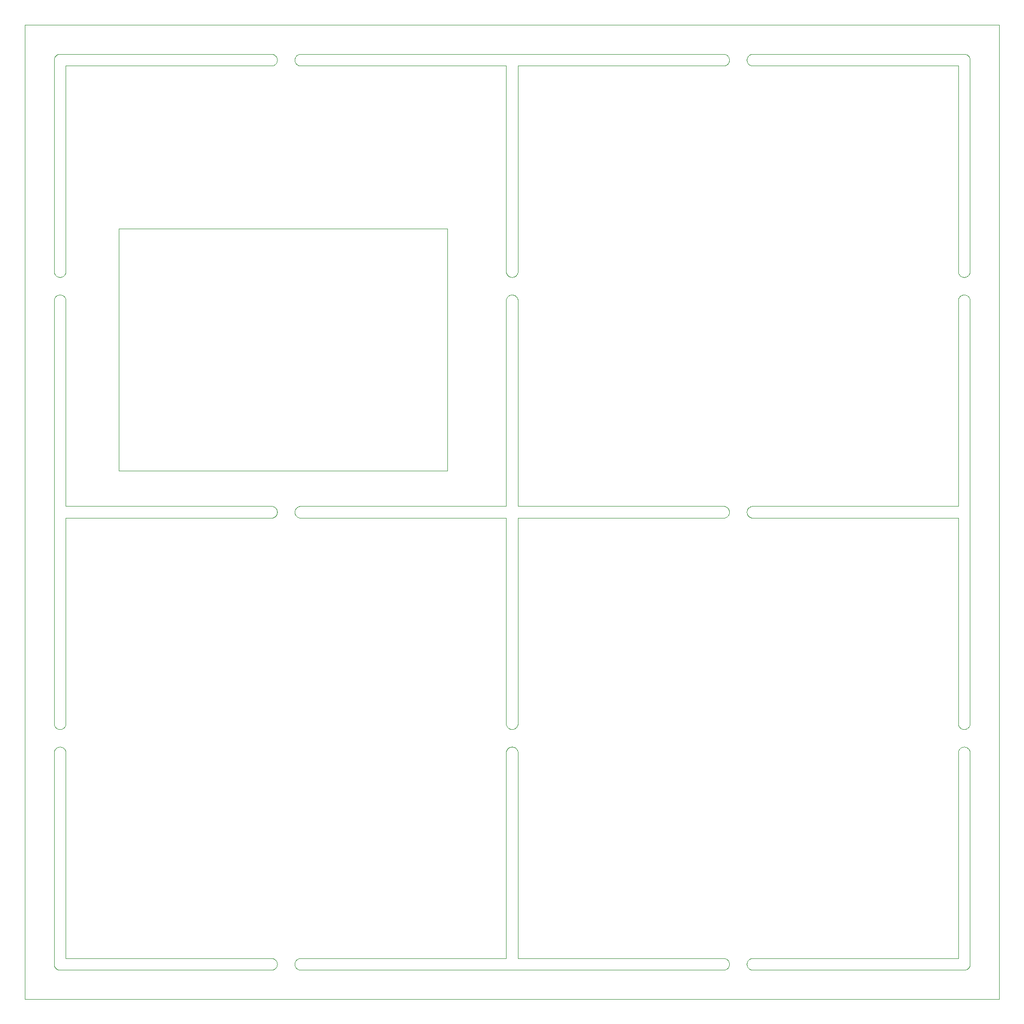
<source format=gko>
G04 #@! TF.GenerationSoftware,KiCad,Pcbnew,7.0.5*
G04 #@! TF.CreationDate,2023-07-11T14:16:32+03:00*
G04 #@! TF.ProjectId,strange_games,73747261-6e67-4655-9f67-616d65732e6b,rev?*
G04 #@! TF.SameCoordinates,Original*
G04 #@! TF.FileFunction,Profile,NP*
%FSLAX46Y46*%
G04 Gerber Fmt 4.6, Leading zero omitted, Abs format (unit mm)*
G04 Created by KiCad (PCBNEW 7.0.5) date 2023-07-11 14:16:32*
%MOMM*%
%LPD*%
G01*
G04 APERTURE LIST*
G04 #@! TA.AperFunction,Profile*
%ADD10C,0.100000*%
G04 #@! TD*
G04 #@! TA.AperFunction,Profile*
%ADD11C,0.050000*%
G04 #@! TD*
G04 APERTURE END LIST*
D10*
X204883099Y-25523318D02*
X204904946Y-25566721D01*
X125993082Y-104000559D02*
X125992612Y-104000416D01*
X163957368Y-25702619D02*
X163970328Y-25749450D01*
X204476681Y-25116900D02*
X204518960Y-25140851D01*
X49892963Y-25004770D02*
X49941423Y-25001195D01*
X204107036Y-139995229D02*
X204058576Y-139998804D01*
X49892963Y-139995229D02*
X49844737Y-139989281D01*
X86833152Y-25439987D02*
X86859148Y-25481039D01*
X49256460Y-62674841D02*
X49224721Y-62638047D01*
X126095053Y-143566721D02*
X126116900Y-143523318D01*
X44000000Y-20012272D02*
X44000000Y-185987727D01*
X86924637Y-180388855D02*
X86904946Y-180433278D01*
X86710033Y-25289966D02*
X86743539Y-25325158D01*
X128009318Y-101999918D02*
X128009809Y-101999942D01*
X44001122Y-20005558D02*
X44000912Y-20006002D01*
X125998121Y-27004296D02*
X125997829Y-27003902D01*
X128006917Y-178999440D02*
X128007387Y-178999583D01*
X203523318Y-143116900D02*
X203566721Y-143095053D01*
X128009809Y-27000057D02*
X128009318Y-27000081D01*
X86297380Y-179042631D02*
X86343519Y-179057874D01*
X86433278Y-102095053D02*
X86476681Y-102116900D01*
X167095053Y-179566721D02*
X167116900Y-179523318D01*
X167566721Y-180904946D02*
X167523318Y-180883099D01*
X203400259Y-66194826D02*
X203439987Y-66166847D01*
X202997517Y-104003522D02*
X202997188Y-104003159D01*
X86942125Y-26343519D02*
X86924637Y-26388855D01*
X202993997Y-27000912D02*
X202993544Y-27000724D01*
X128000297Y-178992136D02*
X128000416Y-178992612D01*
X203194826Y-62599740D02*
X203166847Y-62560012D01*
X50388855Y-139924637D02*
X50343519Y-139942125D01*
X125998646Y-104005125D02*
X125998394Y-104004704D01*
X167400259Y-179194826D02*
X167439987Y-179166847D01*
X51000297Y-104007863D02*
X51000201Y-104008344D01*
X204970328Y-143749450D02*
X204980974Y-143796861D01*
X86833152Y-102439987D02*
X86859148Y-102481039D01*
X90000000Y-180009877D02*
X90000000Y-179990122D01*
X126010718Y-66844737D02*
X126019025Y-66796861D01*
X127107036Y-62995229D02*
X127058576Y-62998804D01*
X204674841Y-139743539D02*
X204638047Y-139775278D01*
X44006917Y-20000559D02*
X44006455Y-20000724D01*
X202999087Y-104006002D02*
X202998877Y-104005558D01*
X49439987Y-180833152D02*
X49400259Y-180805173D01*
X50058576Y-139998804D02*
X50009877Y-140000000D01*
X203361952Y-139775278D02*
X203325158Y-139743539D01*
X51006002Y-101999087D02*
X51006455Y-101999275D01*
X90481039Y-103859148D02*
X90439987Y-103833152D01*
X50833152Y-139560012D02*
X50805173Y-139599740D01*
X204805173Y-180599740D02*
X204775278Y-180638047D01*
X202997517Y-101996477D02*
X202997829Y-101996097D01*
X128000912Y-178993997D02*
X128001122Y-178994441D01*
X90010718Y-25844737D02*
X90019025Y-25796861D01*
X126224721Y-62638047D02*
X126194826Y-62599740D01*
X163883099Y-25523318D02*
X163904946Y-25566721D01*
X204710033Y-66289966D02*
X204743539Y-66325158D01*
X90004770Y-26107036D02*
X90001195Y-26058576D01*
X204710033Y-139710033D02*
X204674841Y-139743539D01*
X202994441Y-101998877D02*
X202994874Y-101998646D01*
X163833152Y-26560012D02*
X163805173Y-26599740D01*
X167010718Y-180155262D02*
X167004770Y-180107036D01*
X204833152Y-62560012D02*
X204805173Y-62599740D01*
X164000000Y-179990122D02*
X164000000Y-180009877D01*
X90749450Y-102029671D02*
X90796861Y-102019025D01*
X126166847Y-139560012D02*
X126140851Y-139518960D01*
X202999798Y-104008344D02*
X202999702Y-104007863D01*
X204998804Y-25941423D02*
X205000000Y-25990122D01*
X125999996Y-101987972D02*
X126000000Y-101987727D01*
X49140851Y-180518960D02*
X49116900Y-180476681D01*
X127989281Y-62155262D02*
X127980974Y-62203138D01*
X163009877Y-179000000D02*
X163058576Y-179001195D01*
X204297380Y-62957368D02*
X204250549Y-62970328D01*
X50388855Y-62924637D02*
X50343519Y-62942125D01*
X163388855Y-180924637D02*
X163343519Y-180942125D01*
X86638047Y-102224721D02*
X86674841Y-102256460D01*
X204980974Y-139203138D02*
X204970328Y-139250549D01*
X51000416Y-178992612D02*
X51000559Y-178993082D01*
X204995229Y-66892963D02*
X204998804Y-66941423D01*
X202994441Y-27001122D02*
X202993997Y-27000912D01*
X204995229Y-139107036D02*
X204989281Y-139155262D01*
X167224721Y-179361952D02*
X167256460Y-179325158D01*
X49656480Y-25057874D02*
X49702619Y-25042631D01*
X44000000Y-185987727D02*
X44000003Y-185987972D01*
X90892963Y-179004770D02*
X90941423Y-179001195D01*
X209991169Y-20000129D02*
X209990681Y-20000081D01*
X127343519Y-66057874D02*
X127388855Y-66075362D01*
X126523318Y-66116900D02*
X126566721Y-66095053D01*
X50476681Y-62883099D02*
X50433278Y-62904946D01*
X128000724Y-104006455D02*
X128000559Y-104006917D01*
X204998804Y-143941423D02*
X205000000Y-143990122D01*
X127942125Y-66656480D02*
X127957368Y-66702619D01*
X163743539Y-179325158D02*
X163775278Y-179361952D01*
X203010718Y-143844737D02*
X203019025Y-143796861D01*
X203325158Y-66256460D02*
X203361952Y-66224721D01*
X49289966Y-66289966D02*
X49325158Y-66256460D01*
X50009877Y-66000000D02*
X50058576Y-66001195D01*
X126990122Y-143000000D02*
X127009877Y-143000000D01*
X86743539Y-26674841D02*
X86710033Y-26710033D01*
X49057874Y-139343519D02*
X49042631Y-139297380D01*
X51000081Y-27009318D02*
X51000057Y-27009809D01*
X125998646Y-101994874D02*
X125998877Y-101994441D01*
X90656480Y-179057874D02*
X90702619Y-179042631D01*
X86560012Y-25166847D02*
X86599740Y-25194826D01*
X204743539Y-143325158D02*
X204775278Y-143361952D01*
X163638047Y-103775278D02*
X163599740Y-103805173D01*
X128000003Y-27012027D02*
X128000000Y-27012272D01*
X204343519Y-139942125D02*
X204297380Y-139957368D01*
X90057874Y-25656480D02*
X90075362Y-25611144D01*
X49224721Y-62638047D02*
X49194826Y-62599740D01*
X51000000Y-178987727D02*
X51000003Y-178987972D01*
X204599740Y-139805173D02*
X204560012Y-139833152D01*
X125993544Y-104000724D02*
X125993082Y-104000559D01*
X128000081Y-27009318D02*
X128000057Y-27009809D01*
X49256460Y-66325158D02*
X49289966Y-66289966D01*
X90749450Y-180970328D02*
X90702619Y-180957368D01*
X203000000Y-66990122D02*
X203001195Y-66941423D01*
X203095053Y-62433278D02*
X203075362Y-62388855D01*
X90656480Y-25057874D02*
X90702619Y-25042631D01*
X86297380Y-102042631D02*
X86343519Y-102057874D01*
X167749450Y-26970328D02*
X167702619Y-26957368D01*
X90656480Y-26942125D02*
X90611144Y-26924637D01*
X125994441Y-178998877D02*
X125994874Y-178998646D01*
X204833152Y-180560012D02*
X204805173Y-180599740D01*
X51000003Y-101987972D02*
X51000057Y-101990190D01*
X125998121Y-101995703D02*
X125998394Y-101995295D01*
X163998804Y-102941423D02*
X164000000Y-102990122D01*
X50957368Y-143702619D02*
X50970328Y-143749450D01*
X167566721Y-25095053D02*
X167611144Y-25075362D01*
X86998804Y-26058576D02*
X86995229Y-26107036D01*
X49194826Y-143400259D02*
X49224721Y-143361952D01*
X202990681Y-101999918D02*
X202991169Y-101999870D01*
X163775278Y-102361952D02*
X163805173Y-102400259D01*
X44009809Y-20000057D02*
X44009318Y-20000081D01*
X50638047Y-143224721D02*
X50674841Y-143256460D01*
X87000000Y-26009877D02*
X86998804Y-26058576D01*
X51000129Y-178991169D02*
X51000201Y-178991655D01*
X202993997Y-104000912D02*
X202993544Y-104000724D01*
X163989281Y-102844737D02*
X163995229Y-102892963D01*
X163995229Y-179892963D02*
X163998804Y-179941423D01*
X126990122Y-63000000D02*
X126941423Y-62998804D01*
X204989281Y-143844737D02*
X204995229Y-143892963D01*
X125990190Y-101999942D02*
X125990681Y-101999918D01*
X127904946Y-143566721D02*
X127924637Y-143611144D01*
X86433278Y-103904946D02*
X86388855Y-103924637D01*
X50433278Y-143095053D02*
X50476681Y-143116900D01*
X204058576Y-66001195D02*
X204107036Y-66004770D01*
X204833152Y-139560012D02*
X204805173Y-139599740D01*
X49166847Y-139560012D02*
X49140851Y-139518960D01*
X86743539Y-103674841D02*
X86710033Y-103710033D01*
X51000201Y-178991655D02*
X51000297Y-178992136D01*
X127710033Y-66289966D02*
X127743539Y-66325158D01*
X167140851Y-25481039D02*
X167166847Y-25439987D01*
X51005125Y-101998646D02*
X51005558Y-101998877D01*
X128004296Y-101998121D02*
X128004704Y-101998394D01*
X126019025Y-143796861D02*
X126029671Y-143749450D01*
X202991169Y-101999870D02*
X202991655Y-101999798D01*
X167361952Y-25224721D02*
X167400259Y-25194826D01*
X49941423Y-25001195D02*
X49990122Y-25000000D01*
X50805173Y-62599740D02*
X50775278Y-62638047D01*
X126075362Y-143611144D02*
X126095053Y-143566721D01*
X90224721Y-180638047D02*
X90194826Y-180599740D01*
X202999440Y-178993082D02*
X202999583Y-178992612D01*
X125999702Y-104007863D02*
X125999583Y-104007387D01*
X164000000Y-102990122D02*
X164000000Y-103009877D01*
X125987972Y-27000003D02*
X125987727Y-27000000D01*
X202990681Y-178999918D02*
X202991169Y-178999870D01*
X163775278Y-25361952D02*
X163805173Y-25400259D01*
X51004704Y-101998394D02*
X51005125Y-101998646D01*
X202997829Y-104003902D02*
X202997517Y-104003522D01*
X44009318Y-20000081D02*
X44008830Y-20000129D01*
X127805173Y-143400259D02*
X127833152Y-143439987D01*
X202987972Y-104000003D02*
X202987727Y-104000000D01*
X202998646Y-27005125D02*
X202998394Y-27004704D01*
X202999702Y-27007863D02*
X202999583Y-27007387D01*
X90224721Y-102361952D02*
X90256460Y-102325158D01*
X167749450Y-25029671D02*
X167796861Y-25019025D01*
X202995295Y-101998394D02*
X202995703Y-101998121D01*
X128008830Y-104000129D02*
X128008344Y-104000201D01*
X202999870Y-104008830D02*
X202999798Y-104008344D01*
X167057874Y-102656480D02*
X167075362Y-102611144D01*
X126566721Y-62904946D02*
X126523318Y-62883099D01*
X49224721Y-143361952D02*
X49256460Y-143325158D01*
X125999440Y-101993082D02*
X125999583Y-101992612D01*
X49057874Y-66656480D02*
X49075362Y-66611144D01*
X86388855Y-25075362D02*
X86433278Y-25095053D01*
X204980974Y-66796861D02*
X204989281Y-66844737D01*
X163058576Y-179001195D02*
X163107036Y-179004770D01*
X128001878Y-178995703D02*
X128002170Y-178996097D01*
X50250549Y-143029671D02*
X50297380Y-143042631D01*
X49990122Y-143000000D02*
X50009877Y-143000000D01*
X126566721Y-66095053D02*
X126611144Y-66075362D01*
X44003159Y-20002811D02*
X44002811Y-20003159D01*
X125993997Y-27000912D02*
X125993544Y-27000724D01*
X90166847Y-103560012D02*
X90140851Y-103518960D01*
X50638047Y-62775278D02*
X50599740Y-62805173D01*
X202999942Y-27009809D02*
X202999918Y-27009318D01*
X126057874Y-139343519D02*
X126042631Y-139297380D01*
X127476681Y-62883099D02*
X127433278Y-62904946D01*
X128000201Y-178991655D02*
X128000297Y-178992136D01*
X90194826Y-180599740D02*
X90166847Y-180560012D01*
X204998804Y-62058576D02*
X204995229Y-62107036D01*
X125995295Y-101998394D02*
X125995703Y-101998121D01*
X50674841Y-62743539D02*
X50638047Y-62775278D01*
X127859148Y-62518960D02*
X127833152Y-62560012D01*
X127998804Y-139058576D02*
X127995229Y-139107036D01*
X202996840Y-178997188D02*
X202997188Y-178996840D01*
X50250549Y-139970328D02*
X50203138Y-139980974D01*
X51009318Y-101999918D02*
X51009809Y-101999942D01*
X49656480Y-143057874D02*
X49702619Y-143042631D01*
X204743539Y-66325158D02*
X204775278Y-66361952D01*
X90001195Y-26058576D02*
X90000000Y-26009877D01*
X167000000Y-179990122D02*
X167001195Y-179941423D01*
X49796861Y-139980974D02*
X49749450Y-139970328D01*
X204388855Y-62924637D02*
X204343519Y-62942125D01*
X86638047Y-25224721D02*
X86674841Y-25256460D01*
X167702619Y-25042631D02*
X167749450Y-25029671D01*
X203042631Y-62297380D02*
X203029671Y-62250549D01*
X163250549Y-102029671D02*
X163297380Y-102042631D01*
X126095053Y-62433278D02*
X126075362Y-62388855D01*
X204155262Y-180989281D02*
X204107036Y-180995229D01*
X90289966Y-26710033D02*
X90256460Y-26674841D01*
X125992136Y-101999702D02*
X125992612Y-101999583D01*
X51000416Y-27007387D02*
X51000297Y-27007863D01*
X203844737Y-66010718D02*
X203892963Y-66004770D01*
X204155262Y-139989281D02*
X204107036Y-139995229D01*
X209998121Y-20004296D02*
X209997829Y-20003902D01*
X51009318Y-104000081D02*
X51008830Y-104000129D01*
X49400259Y-143194826D02*
X49439987Y-143166847D01*
X90019025Y-179796861D02*
X90029671Y-179749450D01*
X90004770Y-102892963D02*
X90010718Y-102844737D01*
X205000000Y-180009877D02*
X204998804Y-180058576D01*
X90194826Y-103599740D02*
X90166847Y-103560012D01*
X90611144Y-26924637D02*
X90566721Y-26904946D01*
X202991655Y-178999798D02*
X202992136Y-178999702D01*
X204009877Y-181000000D02*
X167990122Y-181000000D01*
X86388855Y-102075362D02*
X86433278Y-102095053D01*
X86518960Y-179140851D02*
X86560012Y-179166847D01*
X86009877Y-102000000D02*
X86058576Y-102001195D01*
X204433278Y-139904946D02*
X204388855Y-139924637D01*
X167439987Y-103833152D02*
X167400259Y-103805173D01*
X204638047Y-139775278D02*
X204599740Y-139805173D01*
X51000000Y-27012272D02*
X51000000Y-62009877D01*
X202996097Y-104002170D02*
X202995703Y-104001878D01*
X51006002Y-27000912D02*
X51005558Y-27001122D01*
X44001353Y-185994874D02*
X44001605Y-185995295D01*
X209997829Y-185996097D02*
X209998121Y-185995703D01*
X49010718Y-62155262D02*
X49004770Y-62107036D01*
X203481039Y-62859148D02*
X203439987Y-62833152D01*
X86250549Y-179029671D02*
X86297380Y-179042631D01*
X167400259Y-103805173D02*
X167361952Y-103775278D01*
X86833152Y-103560012D02*
X86805173Y-103599740D01*
X51001878Y-101995703D02*
X51002170Y-101996097D01*
X128000201Y-27008344D02*
X128000129Y-27008830D01*
X126194826Y-62599740D02*
X126166847Y-62560012D01*
X86710033Y-180710033D02*
X86674841Y-180743539D01*
X203166847Y-66439987D02*
X203194826Y-66400259D01*
X202996097Y-101997829D02*
X202996477Y-101997517D01*
X86599740Y-102194826D02*
X86638047Y-102224721D01*
X128000912Y-104006002D02*
X128000724Y-104006455D01*
X163599740Y-179194826D02*
X163638047Y-179224721D01*
X127638047Y-143224721D02*
X127674841Y-143256460D01*
X126361952Y-66224721D02*
X126400259Y-66194826D01*
X51000724Y-101993544D02*
X51000912Y-101993997D01*
X204989281Y-66844737D02*
X204995229Y-66892963D01*
X44000297Y-20007863D02*
X44000201Y-20008344D01*
X163989281Y-180155262D02*
X163980974Y-180203138D01*
X163989281Y-103155262D02*
X163980974Y-103203138D01*
X163805173Y-25400259D02*
X163833152Y-25439987D01*
X202996477Y-178997517D02*
X202996840Y-178997188D01*
X202987727Y-104000000D02*
X167990122Y-104000000D01*
X90566721Y-102095053D02*
X90611144Y-102075362D01*
X204743539Y-25325158D02*
X204775278Y-25361952D01*
X86743539Y-180674841D02*
X86710033Y-180710033D01*
X203001195Y-139058576D02*
X203000000Y-139009877D01*
X128000057Y-27009809D02*
X128000003Y-27012027D01*
X50009877Y-63000000D02*
X49990122Y-63000000D01*
X126075362Y-66611144D02*
X126095053Y-66566721D01*
X50995229Y-143892963D02*
X50998804Y-143941423D01*
X163433278Y-179095053D02*
X163476681Y-179116900D01*
X44008830Y-185999870D02*
X44009318Y-185999918D01*
X209997829Y-20003902D02*
X209997517Y-20003522D01*
X90042631Y-25702619D02*
X90057874Y-25656480D01*
X126289966Y-143289966D02*
X126325158Y-143256460D01*
X44005558Y-185998877D02*
X44006002Y-185999087D01*
X163560012Y-26833152D02*
X163518960Y-26859148D01*
X204980974Y-143796861D02*
X204989281Y-143844737D01*
X128004296Y-27001878D02*
X128003902Y-27002170D01*
X128000003Y-178987972D02*
X128000057Y-178990190D01*
X90611144Y-102075362D02*
X90656480Y-102057874D01*
X90194826Y-25400259D02*
X90224721Y-25361952D01*
X50883099Y-66523318D02*
X50904946Y-66566721D01*
X203289966Y-62710033D02*
X203256460Y-62674841D01*
X126001195Y-66941423D02*
X126004770Y-66892963D01*
X209993544Y-20000724D02*
X209993082Y-20000559D01*
X126566721Y-143095053D02*
X126611144Y-143075362D01*
X49400259Y-66194826D02*
X49439987Y-66166847D01*
X51000057Y-178990190D02*
X51000081Y-178990681D01*
X49523318Y-25116900D02*
X49566721Y-25095053D01*
X127560012Y-143166847D02*
X127599740Y-143194826D01*
X86805173Y-103599740D02*
X86775278Y-103638047D01*
X90844737Y-25010718D02*
X90892963Y-25004770D01*
X204710033Y-180710033D02*
X204674841Y-180743539D01*
X127674841Y-143256460D02*
X127710033Y-143289966D01*
X167095053Y-26433278D02*
X167075362Y-26388855D01*
X209999918Y-20009318D02*
X209999870Y-20008830D01*
X204989281Y-139155262D02*
X204980974Y-139203138D01*
X126656480Y-139942125D02*
X126611144Y-139924637D01*
X203439987Y-62833152D02*
X203400259Y-62805173D01*
X125999275Y-27006455D02*
X125999087Y-27006002D01*
X125990190Y-104000057D02*
X125987972Y-104000003D01*
X128004704Y-27001605D02*
X128004296Y-27001878D01*
X51006917Y-104000559D02*
X51006455Y-104000724D01*
X86476681Y-180883099D02*
X86433278Y-180904946D01*
X167004770Y-179892963D02*
X167010718Y-179844737D01*
X125994874Y-27001353D02*
X125994441Y-27001122D01*
X167194826Y-180599740D02*
X167166847Y-180560012D01*
X209993082Y-20000559D02*
X209992612Y-20000416D01*
X44000081Y-20009318D02*
X44000057Y-20009809D01*
X125999440Y-27006917D02*
X125999275Y-27006455D01*
X128003159Y-27002811D02*
X128002811Y-27003159D01*
X126611144Y-66075362D02*
X126656480Y-66057874D01*
X90361952Y-25224721D02*
X90400259Y-25194826D01*
X128000297Y-27007863D02*
X128000201Y-27008344D01*
X90400259Y-180805173D02*
X90361952Y-180775278D01*
X163250549Y-180970328D02*
X163203138Y-180980974D01*
X128005125Y-104001353D02*
X128004704Y-104001605D01*
X51002482Y-178996477D02*
X51002811Y-178996840D01*
X204388855Y-180924637D02*
X204343519Y-180942125D01*
X51009318Y-27000081D02*
X51008830Y-27000129D01*
X49256460Y-143325158D02*
X49289966Y-143289966D01*
X86998804Y-25941423D02*
X87000000Y-25990122D01*
X49749450Y-139970328D02*
X49702619Y-139957368D01*
X51006917Y-27000559D02*
X51006455Y-27000724D01*
X49019025Y-66796861D02*
X49029671Y-66749450D01*
X163343519Y-179057874D02*
X163388855Y-179075362D01*
X51004296Y-101998121D02*
X51004704Y-101998394D01*
X167140851Y-26518960D02*
X167116900Y-26476681D01*
X125991169Y-104000129D02*
X125990681Y-104000081D01*
X90140851Y-26518960D02*
X90116900Y-26476681D01*
X90325158Y-102256460D02*
X90361952Y-102224721D01*
X44007863Y-20000297D02*
X44007387Y-20000416D01*
X51000129Y-27008830D02*
X51000081Y-27009318D01*
X204904946Y-62433278D02*
X204883099Y-62476681D01*
X167140851Y-180518960D02*
X167116900Y-180476681D01*
X128001605Y-101995295D02*
X128001878Y-101995703D01*
X205000000Y-66990122D02*
X205000000Y-139009877D01*
X202995295Y-178998394D02*
X202995703Y-178998121D01*
X51009809Y-178999942D02*
X51012027Y-178999996D01*
X49194826Y-180599740D02*
X49166847Y-180560012D01*
X49844737Y-139989281D02*
X49796861Y-139980974D01*
X49941423Y-66001195D02*
X49990122Y-66000000D01*
X126481039Y-143140851D02*
X126523318Y-143116900D01*
X51001605Y-27004704D02*
X51001353Y-27005125D01*
X204297380Y-25042631D02*
X204343519Y-25057874D01*
X128000000Y-139009877D02*
X127998804Y-139058576D01*
X50710033Y-143289966D02*
X50743539Y-143325158D01*
X203702619Y-143042631D02*
X203749450Y-143029671D01*
X125987972Y-104000003D02*
X125987727Y-104000000D01*
X167611144Y-103924637D02*
X167566721Y-103904946D01*
D11*
X60007268Y-54750201D02*
X116007268Y-54750201D01*
X116007268Y-96000201D01*
X60007268Y-96000201D01*
X60007268Y-54750201D01*
D10*
X50743539Y-143325158D02*
X50775278Y-143361952D01*
X126166847Y-62560012D02*
X126140851Y-62518960D01*
X49481039Y-62859148D02*
X49439987Y-62833152D01*
X86805173Y-102400259D02*
X86833152Y-102439987D01*
X204805173Y-62599740D02*
X204775278Y-62638047D01*
X204924637Y-143611144D02*
X204942125Y-143656480D01*
X86674841Y-25256460D02*
X86710033Y-25289966D01*
X86203138Y-25019025D02*
X86250549Y-25029671D01*
X44004704Y-20001605D02*
X44004296Y-20001878D01*
X126256460Y-66325158D02*
X126289966Y-66289966D01*
X163710033Y-180710033D02*
X163674841Y-180743539D01*
X44003902Y-20002170D02*
X44003522Y-20002482D01*
X202992612Y-178999583D02*
X202993082Y-178999440D01*
X51008344Y-27000201D02*
X51007863Y-27000297D01*
X51000057Y-101990190D02*
X51000081Y-101990681D01*
X51000003Y-104012027D02*
X51000000Y-104012272D01*
X90166847Y-180560012D02*
X90140851Y-180518960D01*
X204805173Y-139599740D02*
X204775278Y-139638047D01*
X128000416Y-104007387D02*
X128000297Y-104007863D01*
X203010718Y-139155262D02*
X203004770Y-139107036D01*
X86433278Y-179095053D02*
X86476681Y-179116900D01*
X90749450Y-26970328D02*
X90702619Y-26957368D01*
X128000724Y-178993544D02*
X128000912Y-178993997D01*
X125992612Y-101999583D02*
X125993082Y-101999440D01*
X51007863Y-101999702D02*
X51008344Y-101999798D01*
X167892963Y-103995229D02*
X167844737Y-103989281D01*
X86058576Y-26998804D02*
X86009877Y-27000000D01*
X163560012Y-103833152D02*
X163518960Y-103859148D01*
X163560012Y-180833152D02*
X163518960Y-180859148D01*
X50980974Y-139203138D02*
X50970328Y-139250549D01*
X128004296Y-104001878D02*
X128003902Y-104002170D01*
X90990122Y-181000000D02*
X90941423Y-180998804D01*
X50980974Y-66796861D02*
X50989281Y-66844737D01*
X202998121Y-27004296D02*
X202997829Y-27003902D01*
X49481039Y-25140851D02*
X49523318Y-25116900D01*
X202999798Y-27008344D02*
X202999702Y-27007863D01*
X126892963Y-139995229D02*
X126844737Y-139989281D01*
X50560012Y-62833152D02*
X50518960Y-62859148D01*
X90439987Y-26833152D02*
X90400259Y-26805173D01*
X90523318Y-25116900D02*
X90566721Y-25095053D01*
X50942125Y-143656480D02*
X50957368Y-143702619D01*
X86942125Y-180343519D02*
X86924637Y-180388855D01*
X128000416Y-178992612D02*
X128000559Y-178993082D01*
X203256460Y-66325158D02*
X203289966Y-66289966D01*
X90289966Y-25289966D02*
X90325158Y-25256460D01*
X167075362Y-25611144D02*
X167095053Y-25566721D01*
X163775278Y-180638047D02*
X163743539Y-180674841D01*
X90029671Y-180250549D02*
X90019025Y-180203138D01*
X49029671Y-180250549D02*
X49019025Y-180203138D01*
X90042631Y-180297380D02*
X90029671Y-180250549D01*
X50250549Y-62970328D02*
X50203138Y-62980974D01*
X90075362Y-102611144D02*
X90095053Y-102566721D01*
X163942125Y-103343519D02*
X163924637Y-103388855D01*
X44012272Y-186000000D02*
X209987727Y-186000000D01*
X90361952Y-179224721D02*
X90400259Y-179194826D01*
X90611144Y-25075362D02*
X90656480Y-25057874D01*
X51000201Y-27008344D02*
X51000129Y-27008830D01*
X125987727Y-179000000D02*
X125987972Y-178999996D01*
X128002811Y-27003159D02*
X128002482Y-27003522D01*
X125993082Y-27000559D02*
X125992612Y-27000416D01*
X90844737Y-103989281D02*
X90796861Y-103980974D01*
X204599740Y-62805173D02*
X204560012Y-62833152D01*
X126361952Y-139775278D02*
X126325158Y-139743539D01*
X86942125Y-102656480D02*
X86957368Y-102702619D01*
X126439987Y-66166847D02*
X126481039Y-66140851D01*
X204560012Y-62833152D02*
X204518960Y-62859148D01*
X204638047Y-62775278D02*
X204599740Y-62805173D01*
X128008344Y-27000201D02*
X128007863Y-27000297D01*
X125997829Y-101996097D02*
X125998121Y-101995703D01*
X167400259Y-102194826D02*
X167439987Y-102166847D01*
X163833152Y-102439987D02*
X163859148Y-102481039D01*
X127989281Y-143844737D02*
X127995229Y-143892963D01*
X203019025Y-143796861D02*
X203029671Y-143749450D01*
X90042631Y-179702619D02*
X90057874Y-179656480D01*
X51006455Y-101999275D02*
X51006917Y-101999440D01*
X90095053Y-103433278D02*
X90075362Y-103388855D01*
X128003159Y-104002811D02*
X128002811Y-104003159D01*
X128003902Y-104002170D02*
X128003522Y-104002482D01*
X49749450Y-25029671D02*
X49796861Y-25019025D01*
X49116900Y-180476681D02*
X49095053Y-180433278D01*
X209997517Y-20003522D02*
X209997188Y-20003159D01*
X204710033Y-62710033D02*
X204674841Y-62743539D01*
X86433278Y-25095053D02*
X86476681Y-25116900D01*
X125993997Y-104000912D02*
X125993544Y-104000724D01*
X126001195Y-62058576D02*
X126000000Y-62009877D01*
X128002170Y-178996097D02*
X128002482Y-178996477D01*
X90439987Y-103833152D02*
X90400259Y-103805173D01*
X50433278Y-66095053D02*
X50476681Y-66116900D01*
X86805173Y-180599740D02*
X86775278Y-180638047D01*
X167289966Y-103710033D02*
X167256460Y-103674841D01*
X209997188Y-185996840D02*
X209997517Y-185996477D01*
X50638047Y-66224721D02*
X50674841Y-66256460D01*
X163058576Y-26998804D02*
X163009877Y-27000000D01*
X202997188Y-27003159D02*
X202996840Y-27002811D01*
X163343519Y-26942125D02*
X163297380Y-26957368D01*
X50942125Y-62343519D02*
X50924637Y-62388855D01*
X167523318Y-25116900D02*
X167566721Y-25095053D01*
X203439987Y-139833152D02*
X203400259Y-139805173D01*
X167439987Y-180833152D02*
X167400259Y-180805173D01*
X127638047Y-62775278D02*
X127599740Y-62805173D01*
X167010718Y-25844737D02*
X167019025Y-25796861D01*
X51000724Y-104006455D02*
X51000559Y-104006917D01*
X126166847Y-143439987D02*
X126194826Y-143400259D01*
X127924637Y-62388855D02*
X127904946Y-62433278D01*
X86970328Y-102749450D02*
X86980974Y-102796861D01*
X163998804Y-25941423D02*
X164000000Y-25990122D01*
X49796861Y-25019025D02*
X49844737Y-25010718D01*
X86518960Y-103859148D02*
X86476681Y-103883099D01*
X90000000Y-102990122D02*
X90001195Y-102941423D01*
X167289966Y-25289966D02*
X167325158Y-25256460D01*
X202997829Y-27003902D02*
X202997517Y-27003522D01*
X202999870Y-27008830D02*
X202999798Y-27008344D01*
X125995703Y-104001878D02*
X125995295Y-104001605D01*
X167892963Y-25004770D02*
X167941423Y-25001195D01*
X204957368Y-62297380D02*
X204942125Y-62343519D01*
X163638047Y-179224721D02*
X163674841Y-179256460D01*
X167000000Y-103009877D02*
X167000000Y-102990122D01*
X203990122Y-63000000D02*
X203941423Y-62998804D01*
X163942125Y-102656480D02*
X163957368Y-102702619D01*
X204058576Y-139998804D02*
X204009877Y-140000000D01*
X167523318Y-179116900D02*
X167566721Y-179095053D01*
X167019025Y-25796861D02*
X167029671Y-25749450D01*
X202999440Y-104006917D02*
X202999275Y-104006455D01*
X203941423Y-66001195D02*
X203990122Y-66000000D01*
X203075362Y-62388855D02*
X203057874Y-62343519D01*
X204388855Y-66075362D02*
X204433278Y-66095053D01*
X202991655Y-27000201D02*
X202991169Y-27000129D01*
X167057874Y-103343519D02*
X167042631Y-103297380D01*
X86859148Y-179481039D02*
X86883099Y-179523318D01*
X128005125Y-101998646D02*
X128005558Y-101998877D01*
X86203138Y-179019025D02*
X86250549Y-179029671D01*
X209990681Y-20000081D02*
X209990190Y-20000057D01*
X209995703Y-20001878D02*
X209995295Y-20001605D01*
X127859148Y-139518960D02*
X127833152Y-139560012D01*
X163904946Y-103433278D02*
X163883099Y-103476681D01*
X127518960Y-62859148D02*
X127476681Y-62883099D01*
X127775278Y-139638047D02*
X127743539Y-139674841D01*
X204883099Y-62476681D02*
X204859148Y-62518960D01*
X49361952Y-66224721D02*
X49400259Y-66194826D01*
X203194826Y-66400259D02*
X203224721Y-66361952D01*
X204297380Y-180957368D02*
X204250549Y-180970328D01*
X204203138Y-143019025D02*
X204250549Y-143029671D01*
X90439987Y-179166847D02*
X90481039Y-179140851D01*
X202994874Y-101998646D02*
X202995295Y-101998394D01*
X49001195Y-143941423D02*
X49004770Y-143892963D01*
X127388855Y-66075362D02*
X127433278Y-66095053D01*
X44006455Y-185999275D02*
X44006917Y-185999440D01*
X167656480Y-102057874D02*
X167702619Y-102042631D01*
X204250549Y-66029671D02*
X204297380Y-66042631D01*
X127957368Y-66702619D02*
X127970328Y-66749450D01*
X90941423Y-26998804D02*
X90892963Y-26995229D01*
X86107036Y-179004770D02*
X86155262Y-179010718D01*
X163743539Y-25325158D02*
X163775278Y-25361952D01*
X164000000Y-25990122D02*
X164000000Y-26009877D01*
X167166847Y-180560012D02*
X167140851Y-180518960D01*
X49166847Y-66439987D02*
X49194826Y-66400259D01*
X128006455Y-101999275D02*
X128006917Y-101999440D01*
X203656480Y-139942125D02*
X203611144Y-139924637D01*
X50476681Y-143116900D02*
X50518960Y-143140851D01*
X204942125Y-139343519D02*
X204924637Y-139388855D01*
X125991655Y-101999798D02*
X125992136Y-101999702D01*
X126042631Y-62297380D02*
X126029671Y-62250549D01*
X50859148Y-143481039D02*
X50883099Y-143523318D01*
X126796861Y-139980974D02*
X126749450Y-139970328D01*
X202996097Y-27002170D02*
X202995703Y-27001878D01*
X163560012Y-179166847D02*
X163599740Y-179194826D01*
X90566721Y-25095053D02*
X90611144Y-25075362D01*
X90361952Y-103775278D02*
X90325158Y-103743539D01*
X163904946Y-179566721D02*
X163924637Y-179611144D01*
X86998804Y-103058576D02*
X86995229Y-103107036D01*
X163250549Y-179029671D02*
X163297380Y-179042631D01*
X125994441Y-101998877D02*
X125994874Y-101998646D01*
X204388855Y-25075362D02*
X204433278Y-25095053D01*
X51012272Y-104000000D02*
X51012027Y-104000003D01*
X167566721Y-26904946D02*
X167523318Y-26883099D01*
X167439987Y-102166847D02*
X167481039Y-102140851D01*
X125999870Y-101991169D02*
X125999918Y-101990681D01*
X128001353Y-27005125D02*
X128001122Y-27005558D01*
X51007863Y-178999702D02*
X51008344Y-178999798D01*
X203566721Y-139904946D02*
X203523318Y-139883099D01*
X50995229Y-139107036D02*
X50989281Y-139155262D01*
X50009877Y-66000000D02*
X50009877Y-66000000D01*
X90010718Y-179844737D02*
X90019025Y-179796861D01*
X126001195Y-143941423D02*
X126004770Y-143892963D01*
X209995703Y-185998121D02*
X209996097Y-185997829D01*
X167523318Y-102116900D02*
X167566721Y-102095053D01*
X49656480Y-62942125D02*
X49611144Y-62924637D01*
X86155262Y-25010718D02*
X86203138Y-25019025D01*
X167116900Y-25523318D02*
X167140851Y-25481039D01*
X51005558Y-27001122D02*
X51005125Y-27001353D01*
X125998121Y-178995703D02*
X125998394Y-178995295D01*
X167941423Y-179001195D02*
X167990122Y-179000000D01*
X86343519Y-25057874D02*
X86388855Y-25075362D01*
X163297380Y-179042631D02*
X163343519Y-179057874D01*
X202990190Y-101999942D02*
X202990681Y-101999918D01*
X127970328Y-66749450D02*
X127980974Y-66796861D01*
X163775278Y-179361952D02*
X163805173Y-179400259D01*
X127957368Y-143702619D02*
X127970328Y-143749450D01*
X126042631Y-66702619D02*
X126057874Y-66656480D01*
X50388855Y-66075362D02*
X50433278Y-66095053D01*
X90439987Y-25166847D02*
X90481039Y-25140851D01*
X90029671Y-26250549D02*
X90019025Y-26203138D01*
X51004296Y-104001878D02*
X51003902Y-104002170D01*
X126325158Y-66256460D02*
X126361952Y-66224721D01*
X51001878Y-27004296D02*
X51001605Y-27004704D01*
X49325158Y-143256460D02*
X49361952Y-143224721D01*
X90075362Y-103388855D02*
X90057874Y-103343519D01*
X86009877Y-27000000D02*
X51012272Y-27000000D01*
X125993082Y-101999440D02*
X125993544Y-101999275D01*
X90010718Y-180155262D02*
X90004770Y-180107036D01*
X167990122Y-104000000D02*
X167941423Y-103998804D01*
X125993544Y-27000724D02*
X125993082Y-27000559D01*
X204924637Y-180388855D02*
X204904946Y-180433278D01*
X163107036Y-25004770D02*
X163155262Y-25010718D01*
X50924637Y-139388855D02*
X50904946Y-139433278D01*
X204058576Y-143001195D02*
X204107036Y-143004770D01*
X49523318Y-62883099D02*
X49481039Y-62859148D01*
X126004770Y-143892963D02*
X126010718Y-143844737D01*
X209998394Y-185995295D02*
X209998646Y-185994874D01*
X49611144Y-62924637D02*
X49566721Y-62904946D01*
X90166847Y-25439987D02*
X90194826Y-25400259D01*
X202999996Y-101987972D02*
X203000000Y-101987727D01*
X44004296Y-20001878D02*
X44003902Y-20002170D01*
X204476681Y-139883099D02*
X204433278Y-139904946D01*
X127203138Y-139980974D02*
X127155262Y-139989281D01*
X167361952Y-179224721D02*
X167400259Y-179194826D01*
X125998646Y-178994874D02*
X125998877Y-178994441D01*
X163980974Y-26203138D02*
X163970328Y-26250549D01*
X51000559Y-178993082D02*
X51000724Y-178993544D01*
X163250549Y-25029671D02*
X163297380Y-25042631D01*
X86343519Y-103942125D02*
X86297380Y-103957368D01*
X167325158Y-179256460D02*
X167361952Y-179224721D01*
X163989281Y-179844737D02*
X163995229Y-179892963D01*
X126042631Y-139297380D02*
X126029671Y-139250549D01*
X49004770Y-143892963D02*
X49010718Y-143844737D01*
X86009877Y-179000000D02*
X86058576Y-179001195D01*
X163674841Y-102256460D02*
X163710033Y-102289966D01*
X203796861Y-62980974D02*
X203749450Y-62970328D01*
X163203138Y-102019025D02*
X163250549Y-102029671D01*
X210000000Y-20012272D02*
X209999996Y-20012027D01*
X202999918Y-101990681D02*
X202999942Y-101990190D01*
X51004704Y-178998394D02*
X51005125Y-178998646D01*
X90256460Y-102325158D02*
X90289966Y-102289966D01*
X86883099Y-103476681D02*
X86859148Y-103518960D01*
X44001353Y-20005125D02*
X44001122Y-20005558D01*
X167289966Y-180710033D02*
X167256460Y-180674841D01*
X86107036Y-102004770D02*
X86155262Y-102010718D01*
X90566721Y-180904946D02*
X90523318Y-180883099D01*
X167256460Y-102325158D02*
X167289966Y-102289966D01*
X44006002Y-185999087D02*
X44006455Y-185999275D01*
X163957368Y-26297380D02*
X163942125Y-26343519D01*
X202992136Y-27000297D02*
X202991655Y-27000201D01*
X90000000Y-25990122D02*
X90001195Y-25941423D01*
X90749450Y-103970328D02*
X90702619Y-103957368D01*
X167019025Y-180203138D02*
X167010718Y-180155262D01*
X50995229Y-66892963D02*
X50998804Y-66941423D01*
X44003522Y-185997517D02*
X44003902Y-185997829D01*
X163924637Y-25611144D02*
X163942125Y-25656480D01*
X202998646Y-104005125D02*
X202998394Y-104004704D01*
X203000000Y-104012272D02*
X202999996Y-104012027D01*
X167116900Y-102523318D02*
X167140851Y-102481039D01*
X90256460Y-180674841D02*
X90224721Y-180638047D01*
X86859148Y-25481039D02*
X86883099Y-25523318D01*
X167001195Y-26058576D02*
X167000000Y-26009877D01*
X163710033Y-26710033D02*
X163674841Y-26743539D01*
X167656480Y-103942125D02*
X167611144Y-103924637D01*
X203656480Y-62942125D02*
X203611144Y-62924637D01*
X49611144Y-66075362D02*
X49656480Y-66057874D01*
X44009318Y-185999918D02*
X44009809Y-185999942D01*
X202990190Y-101999942D02*
X202990190Y-101999942D01*
X86942125Y-25656480D02*
X86957368Y-25702619D01*
X44000201Y-20008344D02*
X44000129Y-20008830D01*
X86995229Y-25892963D02*
X86998804Y-25941423D01*
X167941423Y-180998804D02*
X167892963Y-180995229D01*
X49057874Y-25656480D02*
X49075362Y-25611144D01*
X49194826Y-62599740D02*
X49166847Y-62560012D01*
X50743539Y-139674841D02*
X50710033Y-139710033D01*
X203439987Y-66166847D02*
X203481039Y-66140851D01*
X86674841Y-26743539D02*
X86638047Y-26775278D01*
X204599740Y-66194826D02*
X204638047Y-66224721D01*
X86743539Y-102325158D02*
X86775278Y-102361952D01*
X209998646Y-185994874D02*
X209998877Y-185994441D01*
X203029671Y-139250549D02*
X203019025Y-139203138D01*
X87000000Y-179990122D02*
X87000000Y-180009877D01*
X203289966Y-139710033D02*
X203256460Y-139674841D01*
X50883099Y-139476681D02*
X50859148Y-139518960D01*
X163155262Y-102010718D02*
X163203138Y-102019025D01*
X125996840Y-101997188D02*
X125997188Y-101996840D01*
X209999275Y-185993544D02*
X209999440Y-185993082D01*
X49566721Y-139904946D02*
X49523318Y-139883099D01*
X50904946Y-66566721D02*
X50924637Y-66611144D01*
X167004770Y-25892963D02*
X167010718Y-25844737D01*
X126000000Y-104012272D02*
X125999996Y-104012027D01*
X44002482Y-185996477D02*
X44002811Y-185996840D01*
X163805173Y-26599740D02*
X163775278Y-26638047D01*
X128000129Y-27008830D02*
X128000081Y-27009318D01*
X125999870Y-104008830D02*
X125999798Y-104008344D01*
X86904946Y-102566721D02*
X86924637Y-102611144D01*
X44002170Y-185996097D02*
X44002482Y-185996477D01*
X125999918Y-101990681D02*
X125999942Y-101990190D01*
X167116900Y-26476681D02*
X167095053Y-26433278D01*
X126656480Y-66057874D02*
X126702619Y-66042631D01*
X90325158Y-25256460D02*
X90361952Y-25224721D01*
X167844737Y-26989281D02*
X167796861Y-26980974D01*
X202990190Y-27000057D02*
X202987972Y-27000003D01*
X44000724Y-20006455D02*
X44000559Y-20006917D01*
X202999942Y-178990190D02*
X202999996Y-178987972D01*
X202999087Y-27006002D02*
X202998877Y-27005558D01*
X126019025Y-139203138D02*
X126010718Y-139155262D01*
X163859148Y-26518960D02*
X163833152Y-26560012D01*
X50710033Y-62710033D02*
X50674841Y-62743539D01*
X126400259Y-143194826D02*
X126439987Y-143166847D01*
X202991169Y-104000129D02*
X202990681Y-104000081D01*
X50638047Y-139775278D02*
X50599740Y-139805173D01*
X204560012Y-66166847D02*
X204599740Y-66194826D01*
X126194826Y-139599740D02*
X126166847Y-139560012D01*
X50970328Y-62250549D02*
X50957368Y-62297380D01*
X209999583Y-20007387D02*
X209999440Y-20006917D01*
X203116900Y-62476681D02*
X203095053Y-62433278D01*
X90702619Y-103957368D02*
X90656480Y-103942125D01*
X51007387Y-104000416D02*
X51006917Y-104000559D01*
X86904946Y-25566721D02*
X86924637Y-25611144D01*
X50009877Y-140000000D02*
X49990122Y-140000000D01*
X209993997Y-20000912D02*
X209993544Y-20000724D01*
X90325158Y-179256460D02*
X90361952Y-179224721D01*
X51006455Y-27000724D02*
X51006002Y-27000912D01*
X86883099Y-180476681D02*
X86859148Y-180518960D01*
X90256460Y-25325158D02*
X90289966Y-25289966D01*
X163904946Y-102566721D02*
X163924637Y-102611144D01*
X204710033Y-25289966D02*
X204743539Y-25325158D01*
X51001353Y-101994874D02*
X51001605Y-101995295D01*
X126140851Y-139518960D02*
X126116900Y-139476681D01*
X163957368Y-180297380D02*
X163942125Y-180343519D01*
X203656480Y-143057874D02*
X203702619Y-143042631D01*
X50970328Y-143749450D02*
X50980974Y-143796861D01*
X203000000Y-178987727D02*
X203000000Y-143990122D01*
X127599740Y-143194826D02*
X127638047Y-143224721D01*
X163343519Y-102057874D02*
X163388855Y-102075362D01*
X125987727Y-104000000D02*
X90990122Y-104000000D01*
X163433278Y-25095053D02*
X163476681Y-25116900D01*
X49325158Y-62743539D02*
X49289966Y-62710033D01*
X126796861Y-66019025D02*
X126844737Y-66010718D01*
X49029671Y-66749450D02*
X49042631Y-66702619D01*
X203892963Y-143004770D02*
X203941423Y-143001195D01*
X209999087Y-185993997D02*
X209999275Y-185993544D01*
X204674841Y-143256460D02*
X204710033Y-143289966D01*
X128001605Y-178995295D02*
X128001878Y-178995703D01*
X167256460Y-26674841D02*
X167224721Y-26638047D01*
X202999942Y-27009809D02*
X202999942Y-27009809D01*
X203990122Y-66000000D02*
X204009877Y-66000000D01*
X86107036Y-180995229D02*
X86058576Y-180998804D01*
X90001195Y-25941423D02*
X90004770Y-25892963D01*
X49224721Y-139638047D02*
X49194826Y-139599740D01*
X204476681Y-62883099D02*
X204433278Y-62904946D01*
X202992612Y-101999583D02*
X202993082Y-101999440D01*
X126844737Y-139989281D02*
X126796861Y-139980974D01*
X163833152Y-103560012D02*
X163805173Y-103599740D01*
X51012272Y-102000000D02*
X86009877Y-102000000D01*
X163599740Y-25194826D02*
X163638047Y-25224721D01*
X86980974Y-102796861D02*
X86989281Y-102844737D01*
X167400259Y-25194826D02*
X167439987Y-25166847D01*
X49256460Y-180674841D02*
X49224721Y-180638047D01*
X204957368Y-25702619D02*
X204970328Y-25749450D01*
X90004770Y-103107036D02*
X90001195Y-103058576D01*
X163009877Y-181000000D02*
X90990122Y-181000000D01*
X163743539Y-103674841D02*
X163710033Y-103710033D01*
X126256460Y-139674841D02*
X126224721Y-139638047D01*
X127297380Y-62957368D02*
X127250549Y-62970328D01*
X163518960Y-103859148D02*
X163476681Y-103883099D01*
X125992612Y-178999583D02*
X125993082Y-178999440D01*
X203166847Y-62560012D02*
X203140851Y-62518960D01*
X49000000Y-25990122D02*
X49001195Y-25941423D01*
X127883099Y-139476681D02*
X127859148Y-139518960D01*
X126289966Y-66289966D02*
X126325158Y-66256460D01*
X204107036Y-62995229D02*
X204058576Y-62998804D01*
X51007387Y-178999583D02*
X51007863Y-178999702D01*
X86518960Y-25140851D02*
X86560012Y-25166847D01*
X204970328Y-66749450D02*
X204980974Y-66796861D01*
X167194826Y-179400259D02*
X167224721Y-179361952D01*
X49029671Y-139250549D02*
X49019025Y-139203138D01*
X167140851Y-103518960D02*
X167116900Y-103476681D01*
X167010718Y-26155262D02*
X167004770Y-26107036D01*
X86859148Y-26518960D02*
X86833152Y-26560012D01*
X51008830Y-27000129D02*
X51008344Y-27000201D01*
X51003522Y-178997517D02*
X51003902Y-178997829D01*
X167702619Y-180957368D02*
X167656480Y-180942125D01*
X90001195Y-102941423D02*
X90004770Y-102892963D01*
X163833152Y-180560012D02*
X163805173Y-180599740D01*
X163833152Y-25439987D02*
X163859148Y-25481039D01*
X49325158Y-139743539D02*
X49289966Y-139710033D01*
X51003522Y-104002482D02*
X51003159Y-104002811D01*
X202998877Y-101994441D02*
X202999087Y-101993997D01*
X90990122Y-27000000D02*
X90941423Y-26998804D01*
X125991655Y-27000201D02*
X125991169Y-27000129D01*
X86957368Y-102702619D02*
X86970328Y-102749450D01*
X167001195Y-179941423D02*
X167004770Y-179892963D01*
X127297380Y-139957368D02*
X127250549Y-139970328D01*
X125990190Y-178999942D02*
X125990681Y-178999918D01*
X90116900Y-179523318D02*
X90140851Y-179481039D01*
X49194826Y-139599740D02*
X49166847Y-139560012D01*
X163942125Y-179656480D02*
X163957368Y-179702619D01*
X167523318Y-26883099D02*
X167481039Y-26859148D01*
X167566721Y-103904946D02*
X167523318Y-103883099D01*
X127476681Y-139883099D02*
X127433278Y-139904946D01*
X163155262Y-179010718D02*
X163203138Y-179019025D01*
X167844737Y-102010718D02*
X167892963Y-102004770D01*
X125999440Y-104006917D02*
X125999275Y-104006455D01*
X163476681Y-180883099D02*
X163433278Y-180904946D01*
X126749450Y-66029671D02*
X126796861Y-66019025D01*
X203361952Y-66224721D02*
X203400259Y-66194826D01*
X126523318Y-143116900D02*
X126566721Y-143095053D01*
X49702619Y-66042631D02*
X49749450Y-66029671D01*
X128000000Y-178987727D02*
X128000003Y-178987972D01*
X127859148Y-66481039D02*
X127883099Y-66523318D01*
X125999798Y-101991655D02*
X125999870Y-101991169D01*
X167224721Y-25361952D02*
X167256460Y-25325158D01*
X90439987Y-102166847D02*
X90481039Y-102140851D01*
X163904946Y-26433278D02*
X163883099Y-26476681D01*
X86560012Y-180833152D02*
X86518960Y-180859148D01*
X49010718Y-66844737D02*
X49019025Y-66796861D01*
X86883099Y-102523318D02*
X86904946Y-102566721D01*
X167656480Y-25057874D02*
X167702619Y-25042631D01*
X49019025Y-62203138D02*
X49010718Y-62155262D01*
X204743539Y-139674841D02*
X204710033Y-139710033D01*
X167611144Y-102075362D02*
X167656480Y-102057874D01*
X203325158Y-139743539D02*
X203289966Y-139710033D01*
X44002811Y-185996840D02*
X44003159Y-185997188D01*
X49095053Y-139433278D02*
X49075362Y-139388855D01*
X163995229Y-103107036D02*
X163989281Y-103155262D01*
X51000129Y-101991169D02*
X51000201Y-101991655D01*
X90481039Y-26859148D02*
X90439987Y-26833152D01*
X167611144Y-179075362D02*
X167656480Y-179057874D01*
X203325158Y-143256460D02*
X203361952Y-143224721D01*
X204998804Y-66941423D02*
X205000000Y-66990122D01*
X203000000Y-143990122D02*
X203001195Y-143941423D01*
X128002811Y-104003159D02*
X128002482Y-104003522D01*
X204989281Y-25844737D02*
X204995229Y-25892963D01*
X209999942Y-20009809D02*
X209999918Y-20009318D01*
X86297380Y-180957368D02*
X86250549Y-180970328D01*
X51000559Y-101993082D02*
X51000724Y-101993544D01*
X86638047Y-26775278D02*
X86599740Y-26805173D01*
X49166847Y-143439987D02*
X49194826Y-143400259D01*
X128000559Y-101993082D02*
X128000724Y-101993544D01*
X127970328Y-62250549D02*
X127957368Y-62297380D01*
X49656480Y-139942125D02*
X49611144Y-139924637D01*
X86297380Y-103957368D02*
X86250549Y-103970328D01*
X126000000Y-178987727D02*
X126000000Y-143990122D01*
X126019025Y-66796861D02*
X126029671Y-66749450D01*
X125999918Y-178990681D02*
X125999942Y-178990190D01*
X125995295Y-27001605D02*
X125994874Y-27001353D01*
X204560012Y-143166847D02*
X204599740Y-143194826D01*
X163805173Y-179400259D02*
X163833152Y-179439987D01*
X128002811Y-101996840D02*
X128003159Y-101997188D01*
X163388855Y-102075362D02*
X163433278Y-102095053D01*
X202998646Y-101994874D02*
X202998877Y-101994441D01*
X125999583Y-104007387D02*
X125999440Y-104006917D01*
X49844737Y-62989281D02*
X49796861Y-62980974D01*
X202999996Y-27012027D02*
X202999942Y-27009809D01*
X163009877Y-104000000D02*
X128012272Y-104000000D01*
X50009877Y-143000000D02*
X50009877Y-143000000D01*
X125999942Y-104009809D02*
X125999918Y-104009318D01*
X49001195Y-62058576D02*
X49000000Y-62009877D01*
X126010718Y-62155262D02*
X126004770Y-62107036D01*
X203749450Y-139970328D02*
X203702619Y-139957368D01*
X90325158Y-103743539D02*
X90289966Y-103710033D01*
X86433278Y-26904946D02*
X86388855Y-26924637D01*
X86805173Y-26599740D02*
X86775278Y-26638047D01*
X163058576Y-102001195D02*
X163107036Y-102004770D01*
X204599740Y-25194826D02*
X204638047Y-25224721D01*
X209996840Y-185997188D02*
X209997188Y-185996840D01*
X167042631Y-180297380D02*
X167029671Y-180250549D01*
X203941423Y-139998804D02*
X203892963Y-139995229D01*
X125998394Y-27004704D02*
X125998121Y-27004296D01*
X163710033Y-103710033D02*
X163674841Y-103743539D01*
X204297380Y-139957368D02*
X204250549Y-139970328D01*
X204638047Y-180775278D02*
X204599740Y-180805173D01*
X50859148Y-62518960D02*
X50833152Y-62560012D01*
X86599740Y-103805173D02*
X86560012Y-103833152D01*
X50203138Y-139980974D02*
X50155262Y-139989281D01*
X90702619Y-179042631D02*
X90749450Y-179029671D01*
X49439987Y-143166847D02*
X49481039Y-143140851D01*
X50998804Y-139058576D02*
X50995229Y-139107036D01*
X163710033Y-179289966D02*
X163743539Y-179325158D01*
X50203138Y-143019025D02*
X50250549Y-143029671D01*
X126702619Y-66042631D02*
X126749450Y-66029671D01*
X204924637Y-66611144D02*
X204942125Y-66656480D01*
X128008344Y-101999798D02*
X128008830Y-101999870D01*
X49000000Y-180009877D02*
X49000000Y-143990122D01*
X44006455Y-20000724D02*
X44006002Y-20000912D01*
X167289966Y-179289966D02*
X167325158Y-179256460D01*
X202994874Y-178998646D02*
X202995295Y-178998394D01*
X204904946Y-139433278D02*
X204883099Y-139476681D01*
X49166847Y-62560012D02*
X49140851Y-62518960D01*
X167611144Y-25075362D02*
X167656480Y-25057874D01*
X209995295Y-20001605D02*
X209994874Y-20001353D01*
X127710033Y-62710033D02*
X127674841Y-62743539D01*
X167140851Y-102481039D02*
X167166847Y-102439987D01*
X127674841Y-62743539D02*
X127638047Y-62775278D01*
X49001195Y-139058576D02*
X49000000Y-139009877D01*
X127989281Y-139155262D02*
X127980974Y-139203138D01*
X128003522Y-27002482D02*
X128003159Y-27002811D01*
X167796861Y-180980974D02*
X167749450Y-180970328D01*
X49042631Y-25702619D02*
X49057874Y-25656480D01*
X202993997Y-178999087D02*
X202994441Y-178998877D01*
X203075362Y-143611144D02*
X203095053Y-143566721D01*
X127775278Y-143361952D02*
X127805173Y-143400259D01*
X209996840Y-20002811D02*
X209996477Y-20002482D01*
X49001195Y-180058576D02*
X49000000Y-180009877D01*
X49140851Y-62518960D02*
X49116900Y-62476681D01*
X50998804Y-143941423D02*
X51000000Y-143990122D01*
X49029671Y-143749450D02*
X49042631Y-143702619D01*
X167256460Y-25325158D02*
X167289966Y-25289966D01*
X203140851Y-62518960D02*
X203116900Y-62476681D01*
X49000000Y-62009877D02*
X49000000Y-25990122D01*
X167941423Y-103998804D02*
X167892963Y-103995229D01*
X163009877Y-102000000D02*
X163058576Y-102001195D01*
X86250549Y-25029671D02*
X86297380Y-25042631D01*
X202998394Y-104004704D02*
X202998121Y-104004296D01*
X202999275Y-101993544D02*
X202999440Y-101993082D01*
X125990681Y-104000081D02*
X125990190Y-104000057D01*
X50859148Y-66481039D02*
X50883099Y-66523318D01*
X125999275Y-104006455D02*
X125999087Y-104006002D01*
X167029671Y-25749450D02*
X167042631Y-25702619D01*
X127599740Y-62805173D02*
X127560012Y-62833152D01*
X125994441Y-104001122D02*
X125993997Y-104000912D01*
X204995229Y-143892963D02*
X204998804Y-143941423D01*
X204775278Y-180638047D02*
X204743539Y-180674841D01*
X125999996Y-27012027D02*
X125999942Y-27009809D01*
X50107036Y-139995229D02*
X50058576Y-139998804D01*
X86980974Y-179796861D02*
X86989281Y-179844737D01*
X128003902Y-27002170D02*
X128003522Y-27002482D01*
X49796861Y-143019025D02*
X49844737Y-143010718D01*
X90166847Y-26560012D02*
X90140851Y-26518960D01*
X86674841Y-103743539D02*
X86638047Y-103775278D01*
X127203138Y-62980974D02*
X127155262Y-62989281D01*
X125992136Y-178999702D02*
X125992612Y-178999583D01*
X51003902Y-27002170D02*
X51003522Y-27002482D01*
X50297380Y-139957368D02*
X50250549Y-139970328D01*
X128005125Y-178998646D02*
X128005558Y-178998877D01*
X49075362Y-139388855D02*
X49057874Y-139343519D01*
X202995295Y-27001605D02*
X202994874Y-27001353D01*
X49481039Y-66140851D02*
X49523318Y-66116900D01*
X125996477Y-104002482D02*
X125996097Y-104002170D01*
X127107036Y-66004770D02*
X127155262Y-66010718D01*
X203892963Y-66004770D02*
X203941423Y-66001195D01*
X125990681Y-101999918D02*
X125991169Y-101999870D01*
X128000000Y-101987727D02*
X128000003Y-101987972D01*
X126019025Y-62203138D02*
X126010718Y-62155262D01*
X86058576Y-102001195D02*
X86107036Y-102004770D01*
X128002811Y-178996840D02*
X128003159Y-178997188D01*
X49116900Y-25523318D02*
X49140851Y-25481039D01*
X49224721Y-25361952D02*
X49256460Y-25325158D01*
X126749450Y-139970328D02*
X126702619Y-139957368D01*
X125996097Y-104002170D02*
X125995703Y-104001878D01*
X51000559Y-27006917D02*
X51000416Y-27007387D01*
X203611144Y-139924637D02*
X203566721Y-139904946D01*
X125999087Y-27006002D02*
X125998877Y-27005558D01*
X203140851Y-66481039D02*
X203166847Y-66439987D01*
X203042631Y-139297380D02*
X203029671Y-139250549D01*
X86995229Y-179892963D02*
X86998804Y-179941423D01*
X125997517Y-27003522D02*
X125997188Y-27003159D01*
X90656480Y-102057874D02*
X90702619Y-102042631D01*
X49289966Y-139710033D02*
X49256460Y-139674841D01*
X202999870Y-101991169D02*
X202999918Y-101990681D01*
X204638047Y-66224721D02*
X204674841Y-66256460D01*
X167166847Y-102439987D02*
X167194826Y-102400259D01*
X50476681Y-139883099D02*
X50433278Y-139904946D01*
X127998804Y-143941423D02*
X128000000Y-143990122D01*
X127775278Y-62638047D02*
X127743539Y-62674841D01*
X167029671Y-103250549D02*
X167019025Y-103203138D01*
X86560012Y-179166847D02*
X86599740Y-179194826D01*
X44000057Y-20009809D02*
X44000003Y-20012027D01*
X125993997Y-101999087D02*
X125994441Y-101998877D01*
X167194826Y-103599740D02*
X167166847Y-103560012D01*
X204518960Y-62859148D02*
X204476681Y-62883099D01*
X86297380Y-25042631D02*
X86343519Y-25057874D01*
X49010718Y-25844737D02*
X49019025Y-25796861D01*
X163388855Y-25075362D02*
X163433278Y-25095053D01*
X209993544Y-185999275D02*
X209993997Y-185999087D01*
X86250549Y-26970328D02*
X86203138Y-26980974D01*
X202998394Y-178995295D02*
X202998646Y-178994874D01*
X90140851Y-25481039D02*
X90166847Y-25439987D01*
X90029671Y-25749450D02*
X90042631Y-25702619D01*
X204980974Y-180203138D02*
X204970328Y-180250549D01*
X126256460Y-143325158D02*
X126289966Y-143289966D01*
X126611144Y-143075362D02*
X126656480Y-143057874D01*
X125997517Y-104003522D02*
X125997188Y-104003159D01*
X128003522Y-101997517D02*
X128003902Y-101997829D01*
X203010718Y-62155262D02*
X203004770Y-62107036D01*
X203042631Y-66702619D02*
X203057874Y-66656480D01*
X51003522Y-101997517D02*
X51003902Y-101997829D01*
X167892963Y-102004770D02*
X167941423Y-102001195D01*
X204710033Y-143289966D02*
X204743539Y-143325158D01*
X163998804Y-179941423D02*
X164000000Y-179990122D01*
X163805173Y-102400259D02*
X163833152Y-102439987D01*
X49166847Y-25439987D02*
X49194826Y-25400259D01*
X49523318Y-180883099D02*
X49481039Y-180859148D01*
X86924637Y-102611144D02*
X86942125Y-102656480D01*
X163743539Y-26674841D02*
X163710033Y-26710033D01*
X163518960Y-180859148D02*
X163476681Y-180883099D01*
X203057874Y-66656480D02*
X203075362Y-66611144D01*
X90000000Y-179990122D02*
X90001195Y-179941423D01*
X163203138Y-25019025D02*
X163250549Y-25029671D01*
X128000724Y-101993544D02*
X128000912Y-101993997D01*
X204833152Y-66439987D02*
X204859148Y-66481039D01*
X163476681Y-179116900D02*
X163518960Y-179140851D01*
X203611144Y-143075362D02*
X203656480Y-143057874D01*
X49019025Y-143796861D02*
X49029671Y-143749450D01*
X128001878Y-101995703D02*
X128002170Y-101996097D01*
X204009877Y-140000000D02*
X203990122Y-140000000D01*
X167057874Y-180343519D02*
X167042631Y-180297380D01*
X127995229Y-62107036D02*
X127989281Y-62155262D01*
X50518960Y-62859148D02*
X50476681Y-62883099D01*
X163560012Y-102166847D02*
X163599740Y-102194826D01*
X203361952Y-62775278D02*
X203325158Y-62743539D01*
X125994441Y-27001122D02*
X125993997Y-27000912D01*
X50433278Y-139904946D02*
X50388855Y-139924637D01*
X128002170Y-27003902D02*
X128001878Y-27004296D01*
X204009877Y-25000000D02*
X204058576Y-25001195D01*
X163833152Y-179439987D02*
X163859148Y-179481039D01*
X51005558Y-104001122D02*
X51005125Y-104001353D01*
X202995295Y-104001605D02*
X202994874Y-104001353D01*
X163297380Y-103957368D02*
X163250549Y-103970328D01*
X167095053Y-180433278D02*
X167075362Y-180388855D01*
X204859148Y-62518960D02*
X204833152Y-62560012D01*
X127743539Y-143325158D02*
X127775278Y-143361952D01*
X209991169Y-185999870D02*
X209991655Y-185999798D01*
X49116900Y-143523318D02*
X49140851Y-143481039D01*
X126116900Y-62476681D02*
X126095053Y-62433278D01*
X51009318Y-178999918D02*
X51009809Y-178999942D01*
X127833152Y-62560012D02*
X127805173Y-62599740D01*
X203004770Y-66892963D02*
X203010718Y-66844737D01*
X202999702Y-101992136D02*
X202999798Y-101991655D01*
X49001195Y-25941423D02*
X49004770Y-25892963D01*
X163883099Y-103476681D02*
X163859148Y-103518960D01*
X51006002Y-104000912D02*
X51005558Y-104001122D01*
X167523318Y-103883099D02*
X167481039Y-103859148D01*
X209996477Y-20002482D02*
X209996097Y-20002170D01*
X204942125Y-25656480D02*
X204957368Y-25702619D01*
X203019025Y-62203138D02*
X203010718Y-62155262D01*
X49289966Y-25289966D02*
X49325158Y-25256460D01*
X204155262Y-143010718D02*
X204203138Y-143019025D01*
X86476681Y-102116900D02*
X86518960Y-102140851D01*
X202990190Y-178999942D02*
X202990681Y-178999918D01*
X202999583Y-178992612D02*
X202999702Y-178992136D01*
X127904946Y-139433278D02*
X127883099Y-139476681D01*
X126166847Y-66439987D02*
X126194826Y-66400259D01*
X125999583Y-27007387D02*
X125999440Y-27006917D01*
X204957368Y-143702619D02*
X204970328Y-143749450D01*
X90116900Y-103476681D02*
X90095053Y-103433278D01*
X163995229Y-102892963D02*
X163998804Y-102941423D01*
X202999942Y-104009809D02*
X202999918Y-104009318D01*
X44000129Y-20008830D02*
X44000081Y-20009318D01*
X86599740Y-179194826D02*
X86638047Y-179224721D01*
X49000000Y-139009877D02*
X49000000Y-66990122D01*
X203256460Y-62674841D02*
X203224721Y-62638047D01*
X86674841Y-179256460D02*
X86710033Y-179289966D01*
X49325158Y-180743539D02*
X49289966Y-180710033D01*
X125987972Y-178999996D02*
X125990190Y-178999942D01*
X163388855Y-103924637D02*
X163343519Y-103942125D01*
X90941423Y-103998804D02*
X90892963Y-103995229D01*
X125990681Y-27000081D02*
X125990190Y-27000057D01*
X209992136Y-20000297D02*
X209991655Y-20000201D01*
X90892963Y-103995229D02*
X90844737Y-103989281D01*
X203611144Y-62924637D02*
X203566721Y-62904946D01*
X163980974Y-179796861D02*
X163989281Y-179844737D01*
X128000000Y-104012272D02*
X128000000Y-139009877D01*
X49057874Y-143656480D02*
X49075362Y-143611144D01*
X204805173Y-66400259D02*
X204833152Y-66439987D01*
X163203138Y-26980974D02*
X163155262Y-26989281D01*
X51008344Y-178999798D02*
X51008830Y-178999870D01*
X204155262Y-62989281D02*
X204107036Y-62995229D01*
X125993997Y-178999087D02*
X125994441Y-178998877D01*
X203095053Y-139433278D02*
X203075362Y-139388855D01*
X90990122Y-25000000D02*
X163009877Y-25000000D01*
X128009318Y-104000081D02*
X128008830Y-104000129D01*
X49075362Y-25611144D02*
X49095053Y-25566721D01*
X90019025Y-25796861D02*
X90029671Y-25749450D01*
X163995229Y-180107036D02*
X163989281Y-180155262D01*
X163674841Y-179256460D02*
X163710033Y-179289966D01*
X49400259Y-62805173D02*
X49361952Y-62775278D01*
X51000081Y-178990681D02*
X51000129Y-178991169D01*
X125999870Y-27008830D02*
X125999798Y-27008344D01*
X86859148Y-102481039D02*
X86883099Y-102523318D01*
X51006002Y-178999087D02*
X51006455Y-178999275D01*
X49749450Y-180970328D02*
X49702619Y-180957368D01*
X209992136Y-185999702D02*
X209992612Y-185999583D01*
X163805173Y-103599740D02*
X163775278Y-103638047D01*
X167057874Y-26343519D02*
X167042631Y-26297380D01*
X204995229Y-62107036D02*
X204989281Y-62155262D01*
X90523318Y-179116900D02*
X90566721Y-179095053D01*
X126400259Y-62805173D02*
X126361952Y-62775278D01*
X203042631Y-143702619D02*
X203057874Y-143656480D01*
X90095053Y-26433278D02*
X90075362Y-26388855D01*
X202995703Y-27001878D02*
X202995295Y-27001605D01*
X163476681Y-102116900D02*
X163518960Y-102140851D01*
X167481039Y-26859148D02*
X167439987Y-26833152D01*
X49224721Y-66361952D02*
X49256460Y-66325158D01*
X126029671Y-62250549D02*
X126019025Y-62203138D01*
X50980974Y-143796861D02*
X50989281Y-143844737D01*
X128000129Y-101991169D02*
X128000201Y-101991655D01*
X86710033Y-103710033D02*
X86674841Y-103743539D01*
X202998121Y-104004296D02*
X202997829Y-104003902D01*
X203749450Y-143029671D02*
X203796861Y-143019025D01*
X90042631Y-103297380D02*
X90029671Y-103250549D01*
X203166847Y-143439987D02*
X203194826Y-143400259D01*
X50710033Y-139710033D02*
X50674841Y-139743539D01*
X86805173Y-179400259D02*
X86833152Y-179439987D01*
X163433278Y-103904946D02*
X163388855Y-103924637D01*
X167656480Y-180942125D02*
X167611144Y-180924637D01*
X86518960Y-180859148D02*
X86476681Y-180883099D01*
X204058576Y-180998804D02*
X204009877Y-181000000D01*
X167140851Y-179481039D02*
X167166847Y-179439987D01*
X44000416Y-185992612D02*
X44000559Y-185993082D01*
X202999942Y-101990190D02*
X202999996Y-101987972D01*
X49004770Y-66892963D02*
X49010718Y-66844737D01*
X49400259Y-25194826D02*
X49439987Y-25166847D01*
X204904946Y-180433278D02*
X204883099Y-180476681D01*
X204859148Y-66481039D02*
X204883099Y-66523318D01*
X203166847Y-139560012D02*
X203140851Y-139518960D01*
X167001195Y-102941423D02*
X167004770Y-102892963D01*
X126481039Y-139859148D02*
X126439987Y-139833152D01*
X51003902Y-104002170D02*
X51003522Y-104002482D01*
X204518960Y-66140851D02*
X204560012Y-66166847D01*
X44000003Y-185987972D02*
X44000057Y-185990190D01*
X202996097Y-178997829D02*
X202996477Y-178997517D01*
X50924637Y-143611144D02*
X50942125Y-143656480D01*
X90019025Y-180203138D02*
X90010718Y-180155262D01*
X204476681Y-180883099D02*
X204433278Y-180904946D01*
X128000003Y-104012027D02*
X128000000Y-104012272D01*
X86107036Y-103995229D02*
X86058576Y-103998804D01*
X167075362Y-102611144D02*
X167095053Y-102566721D01*
X163009877Y-27000000D02*
X128012272Y-27000000D01*
X49481039Y-143140851D02*
X49523318Y-143116900D01*
X87000000Y-25990122D02*
X87000000Y-26009877D01*
X51000000Y-104012272D02*
X51000000Y-139009877D01*
X126990122Y-66000000D02*
X127009877Y-66000000D01*
X50203138Y-66019025D02*
X50250549Y-66029671D01*
X163599740Y-103805173D02*
X163560012Y-103833152D01*
X163058576Y-180998804D02*
X163009877Y-181000000D01*
X128000297Y-104007863D02*
X128000201Y-104008344D01*
X50883099Y-143523318D02*
X50904946Y-143566721D01*
X127203138Y-66019025D02*
X127250549Y-66029671D01*
X51002170Y-101996097D02*
X51002482Y-101996477D01*
X125999918Y-27009318D02*
X125999870Y-27008830D01*
X163883099Y-180476681D02*
X163859148Y-180518960D01*
X163638047Y-26775278D02*
X163599740Y-26805173D01*
X125990681Y-178999918D02*
X125991169Y-178999870D01*
X87000000Y-103009877D02*
X86998804Y-103058576D01*
X163107036Y-180995229D02*
X163058576Y-180998804D01*
X127560012Y-139833152D02*
X127518960Y-139859148D01*
X49990122Y-181000000D02*
X49941423Y-180998804D01*
X203796861Y-139980974D02*
X203749450Y-139970328D01*
X44006917Y-185999440D02*
X44007387Y-185999583D01*
X49042631Y-66702619D02*
X49057874Y-66656480D01*
X202993544Y-27000724D02*
X202993082Y-27000559D01*
X44009809Y-185999942D02*
X44012027Y-185999996D01*
X203796861Y-143019025D02*
X203844737Y-143010718D01*
X44000912Y-185993997D02*
X44001122Y-185994441D01*
X126439987Y-143166847D02*
X126481039Y-143140851D01*
X125999798Y-27008344D02*
X125999702Y-27007863D01*
X90194826Y-179400259D02*
X90224721Y-179361952D01*
X167566721Y-179095053D02*
X167611144Y-179075362D01*
X51008344Y-101999798D02*
X51008830Y-101999870D01*
X203289966Y-143289966D02*
X203325158Y-143256460D01*
X203439987Y-143166847D02*
X203481039Y-143140851D01*
X204107036Y-25004770D02*
X204155262Y-25010718D01*
X90256460Y-179325158D02*
X90289966Y-179289966D01*
X44000559Y-185993082D02*
X44000724Y-185993544D01*
X127476681Y-66116900D02*
X127518960Y-66140851D01*
X86710033Y-26710033D02*
X86674841Y-26743539D01*
X209999798Y-185991655D02*
X209999870Y-185991169D01*
X127388855Y-139924637D02*
X127343519Y-139942125D01*
X49116900Y-66523318D02*
X49140851Y-66481039D01*
X204297380Y-143042631D02*
X204343519Y-143057874D01*
X163674841Y-180743539D02*
X163638047Y-180775278D01*
X90140851Y-179481039D02*
X90166847Y-179439987D01*
X50476681Y-66116900D02*
X50518960Y-66140851D01*
X50674841Y-139743539D02*
X50638047Y-139775278D01*
X51012027Y-178999996D02*
X51012272Y-179000000D01*
X51005558Y-101998877D02*
X51006002Y-101999087D01*
X167000000Y-102990122D02*
X167001195Y-102941423D01*
X49010718Y-143844737D02*
X49019025Y-143796861D01*
X128012272Y-102000000D02*
X163009877Y-102000000D01*
X90566721Y-26904946D02*
X90523318Y-26883099D01*
X51006455Y-104000724D02*
X51006002Y-104000912D01*
X167656480Y-179057874D02*
X167702619Y-179042631D01*
X128000129Y-178991169D02*
X128000201Y-178991655D01*
X209999702Y-185992136D02*
X209999798Y-185991655D01*
X203140851Y-139518960D02*
X203116900Y-139476681D01*
X90166847Y-179439987D02*
X90194826Y-179400259D01*
X86107036Y-25004770D02*
X86155262Y-25010718D01*
X90702619Y-25042631D02*
X90749450Y-25029671D01*
X51000000Y-62009877D02*
X50998804Y-62058576D01*
X203844737Y-139989281D02*
X203796861Y-139980974D01*
X204518960Y-143140851D02*
X204560012Y-143166847D01*
X51003159Y-178997188D02*
X51003522Y-178997517D01*
X126057874Y-143656480D02*
X126075362Y-143611144D01*
X125999918Y-104009318D02*
X125999870Y-104008830D01*
X51000057Y-27009809D02*
X51000003Y-27012027D01*
X128008344Y-178999798D02*
X128008830Y-178999870D01*
X51001122Y-178994441D02*
X51001353Y-178994874D01*
X163957368Y-103297380D02*
X163942125Y-103343519D01*
X90057874Y-103343519D02*
X90042631Y-103297380D01*
X125996840Y-27002811D02*
X125996477Y-27002482D01*
X127859148Y-143481039D02*
X127883099Y-143523318D01*
X127904946Y-66566721D02*
X127924637Y-66611144D01*
X86989281Y-103155262D02*
X86980974Y-103203138D01*
X167075362Y-26388855D02*
X167057874Y-26343519D01*
X202999583Y-101992612D02*
X202999702Y-101992136D01*
X49289966Y-62710033D02*
X49256460Y-62674841D01*
X209991655Y-185999798D02*
X209992136Y-185999702D01*
X167000000Y-180009877D02*
X167000000Y-179990122D01*
X50155262Y-66010718D02*
X50203138Y-66019025D01*
X167361952Y-180775278D02*
X167325158Y-180743539D01*
X127250549Y-139970328D02*
X127203138Y-139980974D01*
X90256460Y-26674841D02*
X90224721Y-26638047D01*
X163980974Y-25796861D02*
X163989281Y-25844737D01*
X44012027Y-20000003D02*
X44009809Y-20000057D01*
X167256460Y-103674841D02*
X167224721Y-103638047D01*
X164000000Y-103009877D02*
X163998804Y-103058576D01*
X49325158Y-66256460D02*
X49361952Y-66224721D01*
X49566721Y-66095053D02*
X49611144Y-66075362D01*
X204599740Y-143194826D02*
X204638047Y-143224721D01*
X51001605Y-104004704D02*
X51001353Y-104005125D01*
X126400259Y-66194826D02*
X126439987Y-66166847D01*
X204518960Y-25140851D02*
X204560012Y-25166847D01*
X167990122Y-181000000D02*
X167941423Y-180998804D01*
X163924637Y-179611144D02*
X163942125Y-179656480D01*
X50203138Y-62980974D02*
X50155262Y-62989281D01*
X44000081Y-185990681D02*
X44000129Y-185991169D01*
X163743539Y-180674841D02*
X163710033Y-180710033D01*
X204942125Y-62343519D02*
X204924637Y-62388855D01*
X49941423Y-62998804D02*
X49892963Y-62995229D01*
X205000000Y-143990122D02*
X205000000Y-180009877D01*
X90796861Y-179019025D02*
X90844737Y-179010718D01*
X90566721Y-103904946D02*
X90523318Y-103883099D01*
X202996840Y-104002811D02*
X202996477Y-104002482D01*
X86058576Y-179001195D02*
X86107036Y-179004770D01*
X204942125Y-66656480D02*
X204957368Y-66702619D01*
X51004704Y-27001605D02*
X51004296Y-27001878D01*
X125999798Y-104008344D02*
X125999702Y-104007863D01*
X128000201Y-104008344D02*
X128000129Y-104008830D01*
X50833152Y-62560012D02*
X50805173Y-62599740D01*
X127980974Y-66796861D02*
X127989281Y-66844737D01*
X203702619Y-139957368D02*
X203656480Y-139942125D01*
X50518960Y-139859148D02*
X50476681Y-139883099D01*
X203000000Y-101987727D02*
X203000000Y-66990122D01*
X167481039Y-179140851D02*
X167523318Y-179116900D01*
X44008344Y-185999798D02*
X44008830Y-185999870D01*
X125994874Y-178998646D02*
X125995295Y-178998394D01*
X202999087Y-178993997D02*
X202999275Y-178993544D01*
X51000003Y-27012027D02*
X51000000Y-27012272D01*
X86957368Y-25702619D02*
X86970328Y-25749450D01*
X50970328Y-66749450D02*
X50980974Y-66796861D01*
X163203138Y-180980974D02*
X163155262Y-180989281D01*
X126000000Y-101987727D02*
X126000000Y-66990122D01*
X90523318Y-102116900D02*
X90566721Y-102095053D01*
X125993544Y-101999275D02*
X125993997Y-101999087D01*
X49941423Y-180998804D02*
X49892963Y-180995229D01*
X51002482Y-27003522D02*
X51002170Y-27003902D01*
X51000559Y-104006917D02*
X51000416Y-104007387D01*
X203256460Y-139674841D02*
X203224721Y-139638047D01*
X50107036Y-143004770D02*
X50155262Y-143010718D01*
X126000000Y-139009877D02*
X126000000Y-104012272D01*
X125990190Y-27000057D02*
X125987972Y-27000003D01*
X49844737Y-66010718D02*
X49892963Y-66004770D01*
X127924637Y-66611144D02*
X127942125Y-66656480D01*
X209987727Y-20000000D02*
X44012272Y-20000000D01*
X86710033Y-179289966D02*
X86743539Y-179325158D01*
X209992612Y-20000416D02*
X209992136Y-20000297D01*
X90844737Y-102010718D02*
X90892963Y-102004770D01*
X51002170Y-27003902D02*
X51001878Y-27004296D01*
X128005558Y-104001122D02*
X128005125Y-104001353D01*
X167029671Y-180250549D02*
X167019025Y-180203138D01*
X164000000Y-26009877D02*
X163998804Y-26058576D01*
X126844737Y-143010718D02*
X126892963Y-143004770D01*
X167095053Y-102566721D02*
X167116900Y-102523318D01*
X127638047Y-66224721D02*
X127674841Y-66256460D01*
X125992136Y-104000297D02*
X125991655Y-104000201D01*
X90361952Y-26775278D02*
X90325158Y-26743539D01*
X90289966Y-180710033D02*
X90256460Y-180674841D01*
X49140851Y-143481039D02*
X49166847Y-143439987D01*
X167095053Y-25566721D02*
X167116900Y-25523318D01*
X167749450Y-102029671D02*
X167796861Y-102019025D01*
X86343519Y-102057874D02*
X86388855Y-102075362D01*
X49057874Y-180343519D02*
X49042631Y-180297380D01*
X90029671Y-179749450D02*
X90042631Y-179702619D01*
X204433278Y-180904946D02*
X204388855Y-180924637D01*
X49796861Y-66019025D02*
X49844737Y-66010718D01*
X49116900Y-62476681D02*
X49095053Y-62433278D01*
X167000000Y-26009877D02*
X167000000Y-25990122D01*
X86995229Y-102892963D02*
X86998804Y-102941423D01*
X203019025Y-66796861D02*
X203029671Y-66749450D01*
X163998804Y-103058576D02*
X163995229Y-103107036D01*
X204957368Y-180297380D02*
X204942125Y-180343519D01*
X163980974Y-102796861D02*
X163989281Y-102844737D01*
X86833152Y-180560012D02*
X86805173Y-180599740D01*
X204904946Y-25566721D02*
X204924637Y-25611144D01*
X202995703Y-101998121D02*
X202996097Y-101997829D01*
X204343519Y-66057874D02*
X204388855Y-66075362D01*
X49075362Y-62388855D02*
X49057874Y-62343519D01*
X163970328Y-179749450D02*
X163980974Y-179796861D01*
X126892963Y-143004770D02*
X126941423Y-143001195D01*
X163904946Y-25566721D02*
X163924637Y-25611144D01*
X127957368Y-139297380D02*
X127942125Y-139343519D01*
X51007387Y-27000416D02*
X51006917Y-27000559D01*
X202997188Y-101996840D02*
X202997517Y-101996477D01*
X167166847Y-179439987D02*
X167194826Y-179400259D01*
X167004770Y-103107036D02*
X167001195Y-103058576D01*
X49361952Y-180775278D02*
X49325158Y-180743539D01*
X125998877Y-27005558D02*
X125998646Y-27005125D01*
X204995229Y-180107036D02*
X204989281Y-180155262D01*
X50599740Y-139805173D02*
X50560012Y-139833152D01*
X90325158Y-180743539D02*
X90289966Y-180710033D01*
X86155262Y-103989281D02*
X86107036Y-103995229D01*
X125996477Y-178997517D02*
X125996840Y-178997188D01*
X86009877Y-181000000D02*
X49990122Y-181000000D01*
X50297380Y-143042631D02*
X50343519Y-143057874D01*
X203116900Y-139476681D02*
X203095053Y-139433278D01*
X50805173Y-139599740D02*
X50775278Y-139638047D01*
X127155262Y-66010718D02*
X127203138Y-66019025D01*
X126941423Y-66001195D02*
X126990122Y-66000000D01*
X125999087Y-104006002D02*
X125998877Y-104005558D01*
X90656480Y-103942125D02*
X90611144Y-103924637D01*
X127058576Y-143001195D02*
X127107036Y-143004770D01*
X167057874Y-179656480D02*
X167075362Y-179611144D01*
X167325158Y-180743539D02*
X167289966Y-180710033D01*
X51000912Y-178993997D02*
X51001122Y-178994441D01*
X86859148Y-180518960D02*
X86833152Y-180560012D01*
X49566721Y-25095053D02*
X49611144Y-25075362D01*
X125991655Y-178999798D02*
X125992136Y-178999702D01*
X209995295Y-185998394D02*
X209995703Y-185998121D01*
X203481039Y-143140851D02*
X203523318Y-143116900D01*
X86775278Y-26638047D02*
X86743539Y-26674841D01*
X86980974Y-25796861D02*
X86989281Y-25844737D01*
X126116900Y-139476681D02*
X126095053Y-139433278D01*
X125999702Y-178992136D02*
X125999798Y-178991655D01*
X51012027Y-27000003D02*
X51009809Y-27000057D01*
X125999942Y-101990190D02*
X125999996Y-101987972D01*
X127518960Y-66140851D02*
X127560012Y-66166847D01*
X86998804Y-179941423D02*
X87000000Y-179990122D01*
X128000416Y-101992612D02*
X128000559Y-101993082D01*
X128008344Y-104000201D02*
X128007863Y-104000297D01*
X90075362Y-26388855D02*
X90057874Y-26343519D01*
X51000000Y-139009877D02*
X50998804Y-139058576D01*
X163980974Y-103203138D02*
X163970328Y-103250549D01*
X202999996Y-178987972D02*
X203000000Y-178987727D01*
X90000000Y-179990122D02*
X90000000Y-179990122D01*
X50980974Y-62203138D02*
X50970328Y-62250549D01*
X202998877Y-27005558D02*
X202998646Y-27005125D01*
X90019025Y-102796861D02*
X90029671Y-102749450D01*
X167990122Y-179000000D02*
X202987727Y-179000000D01*
X203523318Y-66116900D02*
X203566721Y-66095053D01*
X167481039Y-180859148D02*
X167439987Y-180833152D01*
X128009809Y-101999942D02*
X128012027Y-101999996D01*
X163883099Y-179523318D02*
X163904946Y-179566721D01*
X128000081Y-101990681D02*
X128000129Y-101991169D01*
X127833152Y-139560012D02*
X127805173Y-139599740D01*
X90796861Y-25019025D02*
X90844737Y-25010718D01*
X205000000Y-62009877D02*
X204998804Y-62058576D01*
X203990122Y-140000000D02*
X203941423Y-139998804D01*
X90702619Y-26957368D02*
X90656480Y-26942125D01*
X50433278Y-62904946D02*
X50388855Y-62924637D01*
X163710033Y-25289966D02*
X163743539Y-25325158D01*
X167702619Y-102042631D02*
X167749450Y-102029671D01*
X167796861Y-26980974D02*
X167749450Y-26970328D01*
X167796861Y-179019025D02*
X167844737Y-179010718D01*
X50599740Y-143194826D02*
X50638047Y-143224721D01*
X204343519Y-62942125D02*
X204297380Y-62957368D01*
X204388855Y-139924637D02*
X204343519Y-139942125D01*
X126796861Y-62980974D02*
X126749450Y-62970328D01*
X86476681Y-26883099D02*
X86433278Y-26904946D01*
X203566721Y-66095053D02*
X203611144Y-66075362D01*
X127009877Y-66000000D02*
X127058576Y-66001195D01*
X202987972Y-101999996D02*
X202990190Y-101999942D01*
X203116900Y-66523318D02*
X203140851Y-66481039D01*
X163599740Y-180805173D02*
X163560012Y-180833152D01*
X126004770Y-139107036D02*
X126001195Y-139058576D01*
X202997188Y-178996840D02*
X202997517Y-178996477D01*
X167075362Y-179611144D02*
X167095053Y-179566721D01*
X204859148Y-25481039D02*
X204883099Y-25523318D01*
X86775278Y-25361952D02*
X86805173Y-25400259D01*
X127805173Y-62599740D02*
X127775278Y-62638047D01*
X202994441Y-178998877D02*
X202994874Y-178998646D01*
X125998121Y-104004296D02*
X125997829Y-104003902D01*
X205000000Y-25990122D02*
X205000000Y-62009877D01*
X202999440Y-101993082D02*
X202999583Y-101992612D01*
X203001195Y-66941423D02*
X203004770Y-66892963D01*
X128000000Y-62009877D02*
X127998804Y-62058576D01*
X167481039Y-25140851D02*
X167523318Y-25116900D01*
X90796861Y-26980974D02*
X90749450Y-26970328D01*
X49019025Y-139203138D02*
X49010718Y-139155262D01*
X204970328Y-25749450D02*
X204980974Y-25796861D01*
X49439987Y-66166847D02*
X49481039Y-66140851D01*
X127995229Y-139107036D02*
X127989281Y-139155262D01*
X90001195Y-180058576D02*
X90000000Y-180009877D01*
X202992136Y-178999702D02*
X202992612Y-178999583D01*
X204859148Y-143481039D02*
X204883099Y-143523318D01*
X50989281Y-62155262D02*
X50980974Y-62203138D01*
X49611144Y-25075362D02*
X49656480Y-25057874D01*
X90075362Y-180388855D02*
X90057874Y-180343519D01*
X167019025Y-103203138D02*
X167010718Y-103155262D01*
X49361952Y-25224721D02*
X49400259Y-25194826D01*
X86998804Y-102941423D02*
X87000000Y-102990122D01*
X203029671Y-62250549D02*
X203019025Y-62203138D01*
X128009809Y-178999942D02*
X128012027Y-178999996D01*
X127009877Y-143000000D02*
X127058576Y-143001195D01*
X128000559Y-178993082D02*
X128000724Y-178993544D01*
X49611144Y-180924637D02*
X49566721Y-180904946D01*
X167656480Y-26942125D02*
X167611144Y-26924637D01*
X163970328Y-25749450D02*
X163980974Y-25796861D01*
X86942125Y-179656480D02*
X86957368Y-179702619D01*
X163250549Y-103970328D02*
X163203138Y-103980974D01*
X86638047Y-180775278D02*
X86599740Y-180805173D01*
X127942125Y-139343519D02*
X127924637Y-139388855D01*
X90075362Y-25611144D02*
X90095053Y-25566721D01*
X86599740Y-180805173D02*
X86560012Y-180833152D01*
X125998394Y-178995295D02*
X125998646Y-178994874D01*
X90001195Y-179941423D02*
X90004770Y-179892963D01*
X50155262Y-143010718D02*
X50203138Y-143019025D01*
X203004770Y-139107036D02*
X203001195Y-139058576D01*
X128004296Y-178998121D02*
X128004704Y-178998394D01*
X163476681Y-25116900D02*
X163518960Y-25140851D01*
X51001878Y-104004296D02*
X51001605Y-104004704D01*
X126523318Y-62883099D02*
X126481039Y-62859148D01*
X167224721Y-26638047D02*
X167194826Y-26599740D01*
X128006917Y-27000559D02*
X128006455Y-27000724D01*
X44003159Y-185997188D02*
X44003522Y-185997517D01*
X86980974Y-103203138D02*
X86970328Y-103250549D01*
X128012272Y-104000000D02*
X128012027Y-104000003D01*
X49140851Y-25481039D02*
X49166847Y-25439987D01*
X44000057Y-185990190D02*
X44000081Y-185990681D01*
X167010718Y-102844737D02*
X167019025Y-102796861D01*
X203523318Y-62883099D02*
X203481039Y-62859148D01*
X49941423Y-143001195D02*
X49990122Y-143000000D01*
X50674841Y-66256460D02*
X50710033Y-66289966D01*
X203656480Y-66057874D02*
X203702619Y-66042631D01*
X86957368Y-179702619D02*
X86970328Y-179749450D01*
X203892963Y-62995229D02*
X203844737Y-62989281D01*
X202999275Y-178993544D02*
X202999440Y-178993082D01*
X204009877Y-63000000D02*
X203990122Y-63000000D01*
X128003159Y-101997188D02*
X128003522Y-101997517D01*
X127995229Y-66892963D02*
X127998804Y-66941423D01*
X167001195Y-25941423D02*
X167004770Y-25892963D01*
X127343519Y-62942125D02*
X127297380Y-62957368D01*
X90439987Y-180833152D02*
X90400259Y-180805173D01*
X44004704Y-185998394D02*
X44005125Y-185998646D01*
X86989281Y-26155262D02*
X86980974Y-26203138D01*
X209997517Y-185996477D02*
X209997829Y-185996097D01*
X128006002Y-101999087D02*
X128006455Y-101999275D01*
X163924637Y-103388855D02*
X163904946Y-103433278D01*
X202987972Y-27000003D02*
X202987727Y-27000000D01*
X49075362Y-66611144D02*
X49095053Y-66566721D01*
X50343519Y-62942125D02*
X50297380Y-62957368D01*
X90361952Y-180775278D02*
X90325158Y-180743539D01*
X202999918Y-27009318D02*
X202999870Y-27008830D01*
X204970328Y-62250549D02*
X204957368Y-62297380D01*
X128007387Y-27000416D02*
X128006917Y-27000559D01*
X202998646Y-178994874D02*
X202998877Y-178994441D01*
X204674841Y-66256460D02*
X204710033Y-66289966D01*
X125997188Y-27003159D02*
X125996840Y-27002811D01*
X204343519Y-180942125D02*
X204297380Y-180957368D01*
X167702619Y-103957368D02*
X167656480Y-103942125D01*
X167844737Y-25010718D02*
X167892963Y-25004770D01*
X163155262Y-26989281D02*
X163107036Y-26995229D01*
X163970328Y-102749450D02*
X163980974Y-102796861D01*
X163107036Y-103995229D02*
X163058576Y-103998804D01*
X128007863Y-178999702D02*
X128008344Y-178999798D01*
X90057874Y-180343519D02*
X90042631Y-180297380D01*
X202998394Y-27004704D02*
X202998121Y-27004296D01*
X202997829Y-178996097D02*
X202998121Y-178995703D01*
X90611144Y-180924637D02*
X90566721Y-180904946D01*
X125996477Y-27002482D02*
X125996097Y-27002170D01*
X128000057Y-178990190D02*
X128000081Y-178990681D01*
X128000912Y-27006002D02*
X128000724Y-27006455D01*
X44002811Y-20003159D02*
X44002482Y-20003522D01*
X51000000Y-143990122D02*
X51000000Y-178987727D01*
X127297380Y-143042631D02*
X127343519Y-143057874D01*
X127433278Y-66095053D02*
X127476681Y-66116900D01*
X204805173Y-25400259D02*
X204833152Y-25439987D01*
X127343519Y-139942125D02*
X127297380Y-139957368D01*
X128000724Y-27006455D02*
X128000559Y-27006917D01*
X163155262Y-25010718D02*
X163203138Y-25019025D01*
X163883099Y-26476681D02*
X163859148Y-26518960D01*
X204203138Y-66019025D02*
X204250549Y-66029671D01*
X90194826Y-26599740D02*
X90166847Y-26560012D01*
X202996840Y-27002811D02*
X202996477Y-27002482D01*
X167439987Y-25166847D02*
X167481039Y-25140851D01*
X202998877Y-178994441D02*
X202999087Y-178993997D01*
X163518960Y-26859148D02*
X163476681Y-26883099D01*
X86904946Y-103433278D02*
X86883099Y-103476681D01*
X49010718Y-180155262D02*
X49004770Y-180107036D01*
X90075362Y-179611144D02*
X90095053Y-179566721D01*
X86995229Y-103107036D02*
X86989281Y-103155262D01*
X128007863Y-101999702D02*
X128008344Y-101999798D01*
X204203138Y-139980974D02*
X204155262Y-139989281D01*
X51003902Y-101997829D02*
X51004296Y-101998121D01*
X86989281Y-179844737D02*
X86995229Y-179892963D01*
X126224721Y-66361952D02*
X126256460Y-66325158D01*
X86970328Y-26250549D02*
X86957368Y-26297380D01*
X163203138Y-103980974D02*
X163155262Y-103989281D01*
X163155262Y-103989281D02*
X163107036Y-103995229D01*
X127058576Y-139998804D02*
X127009877Y-140000000D01*
X202999996Y-104012027D02*
X202999942Y-104009809D01*
X163638047Y-180775278D02*
X163599740Y-180805173D01*
X86518960Y-102140851D02*
X86560012Y-102166847D01*
X49611144Y-143075362D02*
X49656480Y-143057874D01*
X90116900Y-180476681D02*
X90095053Y-180433278D01*
X44007387Y-20000416D02*
X44006917Y-20000559D01*
X125998877Y-101994441D02*
X125999087Y-101993997D01*
X90004770Y-179892963D02*
X90010718Y-179844737D01*
X126325158Y-62743539D02*
X126289966Y-62710033D01*
X49095053Y-62433278D02*
X49075362Y-62388855D01*
X44001878Y-20004296D02*
X44001605Y-20004704D01*
X126941423Y-62998804D02*
X126892963Y-62995229D01*
X51001353Y-104005125D02*
X51001122Y-104005558D01*
X167702619Y-26957368D02*
X167656480Y-26942125D01*
X51005125Y-27001353D02*
X51004704Y-27001605D01*
X167194826Y-26599740D02*
X167166847Y-26560012D01*
X49892963Y-62995229D02*
X49844737Y-62989281D01*
X86250549Y-102029671D02*
X86297380Y-102042631D01*
X127970328Y-143749450D02*
X127980974Y-143796861D01*
X49256460Y-139674841D02*
X49224721Y-139638047D01*
X209994441Y-185998877D02*
X209994874Y-185998646D01*
X128002170Y-104003902D02*
X128001878Y-104004296D01*
X127743539Y-62674841D02*
X127710033Y-62710033D01*
X204833152Y-143439987D02*
X204859148Y-143481039D01*
X204775278Y-62638047D02*
X204743539Y-62674841D01*
X125999996Y-178987972D02*
X126000000Y-178987727D01*
X209996477Y-185997517D02*
X209996840Y-185997188D01*
X204970328Y-180250549D02*
X204957368Y-180297380D01*
X205000000Y-139009877D02*
X204998804Y-139058576D01*
X209999702Y-20007863D02*
X209999583Y-20007387D01*
X51001353Y-178994874D02*
X51001605Y-178995295D01*
X127107036Y-143004770D02*
X127155262Y-143010718D01*
X44000912Y-20006002D02*
X44000724Y-20006455D01*
X44000297Y-185992136D02*
X44000416Y-185992612D01*
X125987972Y-101999996D02*
X125990190Y-101999942D01*
X163775278Y-26638047D02*
X163743539Y-26674841D01*
X50058576Y-62998804D02*
X50009877Y-63000000D01*
X204883099Y-66523318D02*
X204904946Y-66566721D01*
X127805173Y-66400259D02*
X127833152Y-66439987D01*
X125992612Y-27000416D02*
X125992136Y-27000297D01*
X203194826Y-143400259D02*
X203224721Y-143361952D01*
X51000724Y-178993544D02*
X51000912Y-178993997D01*
X203566721Y-143095053D02*
X203611144Y-143075362D01*
X125993082Y-178999440D02*
X125993544Y-178999275D01*
X167289966Y-102289966D02*
X167325158Y-102256460D01*
X202999798Y-178991655D02*
X202999870Y-178991169D01*
X167749450Y-179029671D02*
X167796861Y-179019025D01*
X127980974Y-139203138D02*
X127970328Y-139250549D01*
X204775278Y-66361952D02*
X204805173Y-66400259D01*
X125996840Y-178997188D02*
X125997188Y-178996840D01*
X128000559Y-104006917D02*
X128000416Y-104007387D01*
X49004770Y-180107036D02*
X49001195Y-180058576D01*
X204904946Y-66566721D02*
X204924637Y-66611144D01*
X167000000Y-25990122D02*
X167001195Y-25941423D01*
X51000003Y-178987972D02*
X51000057Y-178990190D01*
X50518960Y-143140851D02*
X50560012Y-143166847D01*
X50009877Y-143000000D02*
X50058576Y-143001195D01*
X127518960Y-143140851D02*
X127560012Y-143166847D01*
X127805173Y-139599740D02*
X127775278Y-139638047D01*
X203702619Y-62957368D02*
X203656480Y-62942125D01*
X86155262Y-26989281D02*
X86107036Y-26995229D01*
X163970328Y-103250549D02*
X163957368Y-103297380D01*
X203611144Y-66075362D02*
X203656480Y-66057874D01*
X44005558Y-20001122D02*
X44005125Y-20001353D01*
X125998877Y-178994441D02*
X125999087Y-178993997D01*
X90523318Y-180883099D02*
X90481039Y-180859148D01*
X51012027Y-104000003D02*
X51009809Y-104000057D01*
X209987972Y-20000003D02*
X209987727Y-20000000D01*
X49019025Y-25796861D02*
X49029671Y-25749450D01*
X90361952Y-102224721D02*
X90400259Y-102194826D01*
X51004704Y-104001605D02*
X51004296Y-104001878D01*
X167941423Y-25001195D02*
X167990122Y-25000000D01*
X125991169Y-27000129D02*
X125990681Y-27000081D01*
X163433278Y-180904946D02*
X163388855Y-180924637D01*
X49656480Y-180942125D02*
X49611144Y-180924637D01*
X127560012Y-66166847D02*
X127599740Y-66194826D01*
X49042631Y-62297380D02*
X49029671Y-62250549D01*
X167029671Y-179749450D02*
X167042631Y-179702619D01*
X86743539Y-25325158D02*
X86775278Y-25361952D01*
X163924637Y-180388855D02*
X163904946Y-180433278D01*
X202999583Y-27007387D02*
X202999440Y-27006917D01*
X209993082Y-185999440D02*
X209993544Y-185999275D01*
X86674841Y-102256460D02*
X86710033Y-102289966D01*
X204009877Y-66000000D02*
X204058576Y-66001195D01*
X167844737Y-179010718D02*
X167892963Y-179004770D01*
X86904946Y-180433278D02*
X86883099Y-180476681D01*
X126000000Y-27012272D02*
X125999996Y-27012027D01*
X86924637Y-103388855D02*
X86904946Y-103433278D01*
X163343519Y-25057874D02*
X163388855Y-25075362D01*
X90289966Y-179289966D02*
X90325158Y-179256460D01*
X127710033Y-143289966D02*
X127743539Y-143325158D01*
X202993082Y-178999440D02*
X202993544Y-178999275D01*
X90029671Y-102749450D02*
X90042631Y-102702619D01*
X49702619Y-143042631D02*
X49749450Y-143029671D01*
X125997829Y-104003902D02*
X125997517Y-104003522D01*
X51001122Y-101994441D02*
X51001353Y-101994874D01*
X125996097Y-27002170D02*
X125995703Y-27001878D01*
X128005125Y-27001353D02*
X128004704Y-27001605D01*
X167796861Y-102019025D02*
X167844737Y-102010718D01*
X50058576Y-143001195D02*
X50107036Y-143004770D01*
X50775278Y-139638047D02*
X50743539Y-139674841D01*
X202999275Y-104006455D02*
X202999087Y-104006002D01*
X127995229Y-143892963D02*
X127998804Y-143941423D01*
X49844737Y-143010718D02*
X49892963Y-143004770D01*
X203095053Y-66566721D02*
X203116900Y-66523318D01*
X202993082Y-101999440D02*
X202993544Y-101999275D01*
X86957368Y-26297380D02*
X86942125Y-26343519D01*
X203057874Y-143656480D02*
X203075362Y-143611144D01*
X86155262Y-102010718D02*
X86203138Y-102019025D01*
X51000912Y-104006002D02*
X51000724Y-104006455D01*
X167611144Y-26924637D02*
X167566721Y-26904946D01*
X204107036Y-66004770D02*
X204155262Y-66010718D01*
X49844737Y-25010718D02*
X49892963Y-25004770D01*
X127388855Y-62924637D02*
X127343519Y-62942125D01*
X44005125Y-20001353D02*
X44004704Y-20001605D01*
X50297380Y-66042631D02*
X50343519Y-66057874D01*
X204989281Y-180155262D02*
X204980974Y-180203138D01*
X128000081Y-178990681D02*
X128000129Y-178991169D01*
X203010718Y-66844737D02*
X203019025Y-66796861D01*
X204805173Y-143400259D02*
X204833152Y-143439987D01*
X202993997Y-101999087D02*
X202994441Y-101998877D01*
X204859148Y-180518960D02*
X204833152Y-180560012D01*
X90523318Y-103883099D02*
X90481039Y-103859148D01*
X204433278Y-62904946D02*
X204388855Y-62924637D01*
X51001605Y-101995295D02*
X51001878Y-101995703D01*
X202999275Y-27006455D02*
X202999087Y-27006002D01*
X204904946Y-143566721D02*
X204924637Y-143611144D01*
X51002482Y-101996477D02*
X51002811Y-101996840D01*
X204957368Y-139297380D02*
X204942125Y-139343519D01*
X90892963Y-25004770D02*
X90941423Y-25001195D01*
X86203138Y-26980974D02*
X86155262Y-26989281D01*
X167481039Y-103859148D02*
X167439987Y-103833152D01*
X44004296Y-185998121D02*
X44004704Y-185998394D01*
X210000000Y-185987727D02*
X210000000Y-20012272D01*
X90796861Y-180980974D02*
X90749450Y-180970328D01*
X202999440Y-27006917D02*
X202999275Y-27006455D01*
X128002482Y-101996477D02*
X128002811Y-101996840D01*
X209994874Y-185998646D02*
X209995295Y-185998394D01*
X204343519Y-25057874D02*
X204388855Y-25075362D01*
X163250549Y-26970328D02*
X163203138Y-26980974D01*
X90481039Y-25140851D02*
X90523318Y-25116900D01*
X167001195Y-180058576D02*
X167000000Y-180009877D01*
X126844737Y-66010718D02*
X126892963Y-66004770D01*
X126400259Y-139805173D02*
X126361952Y-139775278D01*
X163970328Y-26250549D02*
X163957368Y-26297380D01*
X49019025Y-180203138D02*
X49010718Y-180155262D01*
X163388855Y-179075362D02*
X163433278Y-179095053D01*
X127599740Y-66194826D02*
X127638047Y-66224721D01*
X167019025Y-26203138D02*
X167010718Y-26155262D01*
X125997829Y-178996097D02*
X125998121Y-178995703D01*
X127155262Y-143010718D02*
X127203138Y-143019025D01*
X125998394Y-104004704D02*
X125998121Y-104004296D01*
X126001195Y-139058576D02*
X126000000Y-139009877D01*
X86942125Y-103343519D02*
X86924637Y-103388855D01*
X49749450Y-62970328D02*
X49702619Y-62957368D01*
X127942125Y-143656480D02*
X127957368Y-143702619D01*
X125995295Y-104001605D02*
X125994874Y-104001353D01*
X128000057Y-101990190D02*
X128000081Y-101990681D01*
X167892963Y-26995229D02*
X167844737Y-26989281D01*
X127998804Y-66941423D02*
X128000000Y-66990122D01*
X49095053Y-66566721D02*
X49116900Y-66523318D01*
X202991655Y-101999798D02*
X202992136Y-101999702D01*
X86833152Y-26560012D02*
X86805173Y-26599740D01*
X163998804Y-180058576D02*
X163995229Y-180107036D01*
X126796861Y-143019025D02*
X126844737Y-143010718D01*
X204058576Y-62998804D02*
X204009877Y-63000000D01*
X127433278Y-139904946D02*
X127388855Y-139924637D01*
X128006002Y-178999087D02*
X128006455Y-178999275D01*
X209999870Y-185991169D02*
X209999918Y-185990681D01*
X125995295Y-178998394D02*
X125995703Y-178998121D01*
X126029671Y-66749450D02*
X126042631Y-66702619D01*
X202993544Y-178999275D02*
X202993997Y-178999087D01*
X202995703Y-104001878D02*
X202995295Y-104001605D01*
X125996477Y-101997517D02*
X125996840Y-101997188D01*
X50388855Y-143075362D02*
X50433278Y-143095053D01*
X49042631Y-143702619D02*
X49057874Y-143656480D01*
X126523318Y-139883099D02*
X126481039Y-139859148D01*
X204924637Y-139388855D02*
X204904946Y-139433278D01*
X163859148Y-102481039D02*
X163883099Y-102523318D01*
X86058576Y-103998804D02*
X86009877Y-104000000D01*
X127518960Y-139859148D02*
X127476681Y-139883099D01*
X167042631Y-26297380D02*
X167029671Y-26250549D01*
X128012027Y-101999996D02*
X128012272Y-102000000D01*
X202987727Y-27000000D02*
X167990122Y-27000000D01*
X125995703Y-101998121D02*
X125996097Y-101997829D01*
X163009877Y-25000000D02*
X163058576Y-25001195D01*
X126004770Y-62107036D02*
X126001195Y-62058576D01*
X86250549Y-103970328D02*
X86203138Y-103980974D01*
X90325158Y-26743539D02*
X90289966Y-26710033D01*
X163433278Y-26904946D02*
X163388855Y-26924637D01*
X125997188Y-104003159D02*
X125996840Y-104002811D01*
X90256460Y-103674841D02*
X90224721Y-103638047D01*
X163942125Y-26343519D02*
X163924637Y-26388855D01*
X128000057Y-104009809D02*
X128000003Y-104012027D01*
X167000000Y-179990122D02*
X167000000Y-179990122D01*
X204743539Y-180674841D02*
X204710033Y-180710033D01*
X51000057Y-104009809D02*
X51000003Y-104012027D01*
X163743539Y-102325158D02*
X163775278Y-102361952D01*
X128007387Y-104000416D02*
X128006917Y-104000559D01*
X90095053Y-102566721D02*
X90116900Y-102523318D01*
X203892963Y-139995229D02*
X203844737Y-139989281D01*
X90010718Y-26155262D02*
X90004770Y-26107036D01*
X125991169Y-178999870D02*
X125991655Y-178999798D01*
X125999996Y-104012027D02*
X125999942Y-104009809D01*
X167042631Y-179702619D02*
X167057874Y-179656480D01*
X209999918Y-185990681D02*
X209999942Y-185990190D01*
X163995229Y-25892963D02*
X163998804Y-25941423D01*
X90702619Y-180957368D02*
X90656480Y-180942125D01*
X209999583Y-185992612D02*
X209999702Y-185992136D01*
X202997517Y-178996477D02*
X202997829Y-178996097D01*
X51000003Y-27012027D02*
X51000003Y-27012027D01*
X204343519Y-143057874D02*
X204388855Y-143075362D01*
X203749450Y-66029671D02*
X203796861Y-66019025D01*
X49990122Y-66000000D02*
X50009877Y-66000000D01*
X203075362Y-139388855D02*
X203057874Y-139343519D01*
X125999087Y-178993997D02*
X125999275Y-178993544D01*
X51000201Y-101991655D02*
X51000297Y-101992136D01*
X126892963Y-66004770D02*
X126941423Y-66001195D01*
X163638047Y-25224721D02*
X163674841Y-25256460D01*
X86155262Y-180989281D02*
X86107036Y-180995229D01*
X90042631Y-102702619D02*
X90057874Y-102656480D01*
X203481039Y-66140851D02*
X203523318Y-66116900D01*
X203844737Y-143010718D02*
X203892963Y-143004770D01*
X51002811Y-104003159D02*
X51002482Y-104003522D01*
X203000000Y-62009877D02*
X203000000Y-27012272D01*
X203796861Y-66019025D02*
X203844737Y-66010718D01*
X49140851Y-66481039D02*
X49166847Y-66439987D01*
X49844737Y-180989281D02*
X49796861Y-180980974D01*
X44012027Y-185999996D02*
X44012272Y-186000000D01*
X86859148Y-103518960D02*
X86833152Y-103560012D01*
X86957368Y-103297380D02*
X86942125Y-103343519D01*
X49289966Y-143289966D02*
X49325158Y-143256460D01*
X126004770Y-66892963D02*
X126010718Y-66844737D01*
X128012027Y-104000003D02*
X128009809Y-104000057D01*
X163995229Y-26107036D02*
X163989281Y-26155262D01*
X163989281Y-26155262D02*
X163980974Y-26203138D01*
X86433278Y-180904946D02*
X86388855Y-180924637D01*
X126289966Y-62710033D02*
X126256460Y-62674841D01*
X167166847Y-103560012D02*
X167140851Y-103518960D01*
X50805173Y-143400259D02*
X50833152Y-143439987D01*
X202992136Y-104000297D02*
X202991655Y-104000201D01*
X86638047Y-179224721D02*
X86674841Y-179256460D01*
X167042631Y-102702619D02*
X167057874Y-102656480D01*
X128006002Y-104000912D02*
X128005558Y-104001122D01*
X50989281Y-143844737D02*
X50995229Y-143892963D01*
X51012027Y-101999996D02*
X51012272Y-102000000D01*
X51004296Y-178998121D02*
X51004704Y-178998394D01*
X167325158Y-25256460D02*
X167361952Y-25224721D01*
X51005125Y-178998646D02*
X51005558Y-178998877D01*
X167029671Y-102749450D02*
X167042631Y-102702619D01*
X50942125Y-139343519D02*
X50924637Y-139388855D01*
X51001605Y-178995295D02*
X51001878Y-178995703D01*
X90000000Y-103009877D02*
X90000000Y-102990122D01*
X128008830Y-27000129D02*
X128008344Y-27000201D01*
X203289966Y-66289966D02*
X203325158Y-66256460D01*
X49289966Y-180710033D02*
X49256460Y-180674841D01*
X49439987Y-62833152D02*
X49400259Y-62805173D01*
X50957368Y-66702619D02*
X50970328Y-66749450D01*
X209994441Y-20001122D02*
X209993997Y-20000912D01*
X44000416Y-20007387D02*
X44000297Y-20007863D01*
X127710033Y-139710033D02*
X127674841Y-139743539D01*
X167400259Y-26805173D02*
X167361952Y-26775278D01*
X202999798Y-101991655D02*
X202999870Y-101991169D01*
X90224721Y-179361952D02*
X90256460Y-179325158D01*
X128000416Y-27007387D02*
X128000297Y-27007863D01*
X167892963Y-179004770D02*
X167941423Y-179001195D01*
X49000000Y-143990122D02*
X49001195Y-143941423D01*
X167224721Y-180638047D02*
X167194826Y-180599740D01*
X128001878Y-27004296D02*
X128001605Y-27004704D01*
X128007863Y-27000297D02*
X128007387Y-27000416D01*
X90400259Y-102194826D02*
X90439987Y-102166847D01*
X49001195Y-66941423D02*
X49004770Y-66892963D01*
X125997829Y-27003902D02*
X125997517Y-27003522D01*
X90019025Y-103203138D02*
X90010718Y-103155262D01*
X86805173Y-25400259D02*
X86833152Y-25439987D01*
X125998877Y-104005558D02*
X125998646Y-104005125D01*
X90289966Y-103710033D02*
X90256460Y-103674841D01*
X203001195Y-143941423D02*
X203004770Y-143892963D01*
X86058576Y-25001195D02*
X86107036Y-25004770D01*
X127476681Y-143116900D02*
X127518960Y-143140851D01*
X90749450Y-25029671D02*
X90796861Y-25019025D01*
X203057874Y-62343519D02*
X203042631Y-62297380D01*
X90224721Y-26638047D02*
X90194826Y-26599740D01*
X90095053Y-180433278D02*
X90075362Y-180388855D01*
X127924637Y-143611144D02*
X127942125Y-143656480D01*
X127433278Y-62904946D02*
X127388855Y-62924637D01*
X209999798Y-20008344D02*
X209999702Y-20007863D01*
X126481039Y-66140851D02*
X126523318Y-66116900D01*
X204638047Y-143224721D02*
X204674841Y-143256460D01*
X49000000Y-66990122D02*
X49001195Y-66941423D01*
X128001353Y-104005125D02*
X128001122Y-104005558D01*
X203029671Y-143749450D02*
X203042631Y-143702619D01*
X204297380Y-66042631D02*
X204343519Y-66057874D01*
X50107036Y-66004770D02*
X50155262Y-66010718D01*
X49004770Y-62107036D02*
X49001195Y-62058576D01*
X204250549Y-25029671D02*
X204297380Y-25042631D01*
X50904946Y-143566721D02*
X50924637Y-143611144D01*
X128001605Y-27004704D02*
X128001353Y-27005125D01*
X90000000Y-26009877D02*
X90000000Y-25990122D01*
X51000297Y-101992136D02*
X51000416Y-101992612D01*
X86560012Y-102166847D02*
X86599740Y-102194826D01*
X167361952Y-26775278D02*
X167325158Y-26743539D01*
X203224721Y-139638047D02*
X203194826Y-139599740D01*
X204155262Y-25010718D02*
X204203138Y-25019025D01*
X51002811Y-101996840D02*
X51003159Y-101997188D01*
X86388855Y-26924637D02*
X86343519Y-26942125D01*
X204980974Y-25796861D02*
X204989281Y-25844737D01*
X163998804Y-26058576D02*
X163995229Y-26107036D01*
X49656480Y-66057874D02*
X49702619Y-66042631D01*
X128000559Y-27006917D02*
X128000416Y-27007387D01*
X203224721Y-62638047D02*
X203194826Y-62599740D01*
X202999087Y-101993997D02*
X202999275Y-101993544D01*
X163476681Y-103883099D02*
X163433278Y-103904946D01*
X209999870Y-20008830D02*
X209999798Y-20008344D01*
X51000000Y-101987727D02*
X51000003Y-101987972D01*
X125999942Y-178990190D02*
X125999996Y-178987972D01*
X167289966Y-26710033D02*
X167256460Y-26674841D01*
X163924637Y-26388855D02*
X163904946Y-26433278D01*
X44000003Y-20012027D02*
X44000000Y-20012272D01*
X163674841Y-26743539D02*
X163638047Y-26775278D01*
X163343519Y-103942125D02*
X163297380Y-103957368D01*
X167439987Y-26833152D02*
X167400259Y-26805173D01*
X126194826Y-143400259D02*
X126224721Y-143361952D01*
X128005558Y-101998877D02*
X128006002Y-101999087D01*
X167941423Y-102001195D02*
X167990122Y-102000000D01*
X50957368Y-62297380D02*
X50942125Y-62343519D01*
X90611144Y-179075362D02*
X90656480Y-179057874D01*
X203361952Y-143224721D02*
X203400259Y-143194826D01*
X86250549Y-180970328D02*
X86203138Y-180980974D01*
X209999275Y-20006455D02*
X209999087Y-20006002D01*
X51003159Y-27002811D02*
X51002811Y-27003159D01*
X127970328Y-139250549D02*
X127957368Y-139297380D01*
X128006455Y-27000724D02*
X128006002Y-27000912D01*
X127009877Y-63000000D02*
X126990122Y-63000000D01*
X126289966Y-139710033D02*
X126256460Y-139674841D01*
X86743539Y-179325158D02*
X86775278Y-179361952D01*
X49004770Y-25892963D02*
X49010718Y-25844737D01*
X167194826Y-25400259D02*
X167224721Y-25361952D01*
X128002170Y-101996097D02*
X128002482Y-101996477D01*
X203194826Y-139599740D02*
X203166847Y-139560012D01*
X86710033Y-102289966D02*
X86743539Y-102325158D01*
X51003159Y-104002811D02*
X51002811Y-104003159D01*
X202987727Y-102000000D02*
X202987972Y-101999996D01*
X204250549Y-62970328D02*
X204203138Y-62980974D01*
X204989281Y-62155262D02*
X204980974Y-62203138D01*
X51000081Y-101990681D02*
X51000129Y-101991169D01*
X128005558Y-178998877D02*
X128006002Y-178999087D01*
X49004770Y-139107036D02*
X49001195Y-139058576D01*
X167523318Y-180883099D02*
X167481039Y-180859148D01*
X49042631Y-139297380D02*
X49029671Y-139250549D01*
X163599740Y-102194826D02*
X163638047Y-102224721D01*
X126140851Y-143481039D02*
X126166847Y-143439987D01*
X204638047Y-25224721D02*
X204674841Y-25256460D01*
X203941423Y-143001195D02*
X203990122Y-143000000D01*
X167844737Y-103989281D02*
X167796861Y-103980974D01*
X204942125Y-143656480D02*
X204957368Y-143702619D01*
X204250549Y-139970328D02*
X204203138Y-139980974D01*
X86343519Y-180942125D02*
X86297380Y-180957368D01*
X202987727Y-179000000D02*
X202987972Y-178999996D01*
X202996477Y-27002482D02*
X202996097Y-27002170D01*
X51008830Y-104000129D02*
X51008344Y-104000201D01*
X202997517Y-27003522D02*
X202997188Y-27003159D01*
X86009877Y-104000000D02*
X51012272Y-104000000D01*
X44000559Y-20006917D02*
X44000416Y-20007387D01*
X44008830Y-20000129D02*
X44008344Y-20000201D01*
X128005558Y-27001122D02*
X128005125Y-27001353D01*
X125997188Y-178996840D02*
X125997517Y-178996477D01*
X167481039Y-102140851D02*
X167523318Y-102116900D01*
X167566721Y-102095053D02*
X167611144Y-102075362D01*
X128004704Y-104001605D02*
X128004296Y-104001878D01*
X203224721Y-143361952D02*
X203256460Y-143325158D01*
X90042631Y-26297380D02*
X90029671Y-26250549D01*
X51000297Y-178992136D02*
X51000416Y-178992612D01*
X125999870Y-178991169D02*
X125999918Y-178990681D01*
X203749450Y-62970328D02*
X203702619Y-62957368D01*
X90749450Y-179029671D02*
X90796861Y-179019025D01*
X204107036Y-143004770D02*
X204155262Y-143010718D01*
X126000000Y-66990122D02*
X126001195Y-66941423D01*
X163155262Y-180989281D02*
X163107036Y-180995229D01*
X204518960Y-139859148D02*
X204476681Y-139883099D01*
X51003159Y-101997188D02*
X51003522Y-101997517D01*
X90941423Y-180998804D02*
X90892963Y-180995229D01*
X51000416Y-101992612D02*
X51000559Y-101993082D01*
X50970328Y-139250549D02*
X50957368Y-139297380D01*
X90990122Y-179000000D02*
X125987727Y-179000000D01*
X49361952Y-139775278D02*
X49325158Y-139743539D01*
X209998646Y-20005125D02*
X209998394Y-20004704D01*
X163518960Y-179140851D02*
X163560012Y-179166847D01*
X167075362Y-103388855D02*
X167057874Y-103343519D01*
X163297380Y-25042631D02*
X163343519Y-25057874D01*
X167001195Y-103058576D02*
X167000000Y-103009877D01*
X126194826Y-66400259D02*
X126224721Y-66361952D01*
X203001195Y-62058576D02*
X203000000Y-62009877D01*
X127599740Y-139805173D02*
X127560012Y-139833152D01*
X204924637Y-62388855D02*
X204904946Y-62433278D01*
X204674841Y-25256460D02*
X204710033Y-25289966D01*
X204203138Y-180980974D02*
X204155262Y-180989281D01*
X49749450Y-66029671D02*
X49796861Y-66019025D01*
X163297380Y-180957368D02*
X163250549Y-180970328D01*
X167224721Y-103638047D02*
X167194826Y-103599740D01*
X86957368Y-180297380D02*
X86942125Y-180343519D01*
X125999798Y-178991655D02*
X125999870Y-178991169D01*
X128002482Y-104003522D02*
X128002170Y-104003902D01*
X204518960Y-180859148D02*
X204476681Y-180883099D01*
X51002482Y-104003522D02*
X51002170Y-104003902D01*
X51005558Y-178998877D02*
X51006002Y-178999087D01*
X127989281Y-66844737D02*
X127995229Y-66892963D01*
X90941423Y-102001195D02*
X90990122Y-102000000D01*
X90844737Y-179010718D02*
X90892963Y-179004770D01*
X51009809Y-27000057D02*
X51009318Y-27000081D01*
X127883099Y-143523318D02*
X127904946Y-143566721D01*
X209999996Y-185987972D02*
X210000000Y-185987727D01*
X167042631Y-25702619D02*
X167057874Y-25656480D01*
X50599740Y-66194826D02*
X50638047Y-66224721D01*
X204599740Y-180805173D02*
X204560012Y-180833152D01*
X50883099Y-62476681D02*
X50859148Y-62518960D01*
X86599740Y-26805173D02*
X86560012Y-26833152D01*
X209996097Y-185997829D02*
X209996477Y-185997517D01*
X202999702Y-178992136D02*
X202999798Y-178991655D01*
X49256460Y-25325158D02*
X49289966Y-25289966D01*
X163518960Y-25140851D02*
X163560012Y-25166847D01*
X163297380Y-102042631D02*
X163343519Y-102057874D01*
X167256460Y-179325158D02*
X167289966Y-179289966D01*
X51001878Y-178995703D02*
X51002170Y-178996097D01*
X209996097Y-20002170D02*
X209995703Y-20001878D01*
X49194826Y-25400259D02*
X49224721Y-25361952D01*
X127674841Y-139743539D02*
X127638047Y-139775278D01*
X167400259Y-180805173D02*
X167361952Y-180775278D01*
X203116900Y-143523318D02*
X203140851Y-143481039D01*
X44002482Y-20003522D02*
X44002170Y-20003902D01*
X202993082Y-27000559D02*
X202992612Y-27000416D01*
X49702619Y-25042631D02*
X49749450Y-25029671D01*
X90116900Y-26476681D02*
X90095053Y-26433278D01*
X86518960Y-26859148D02*
X86476681Y-26883099D01*
X90400259Y-25194826D02*
X90439987Y-25166847D01*
X203990122Y-143000000D02*
X204009877Y-143000000D01*
X50989281Y-139155262D02*
X50980974Y-139203138D01*
X163942125Y-180343519D02*
X163924637Y-180388855D01*
X126075362Y-62388855D02*
X126057874Y-62343519D01*
X128000000Y-66990122D02*
X128000000Y-101987727D01*
X202994874Y-104001353D02*
X202994441Y-104001122D01*
X51007387Y-101999583D02*
X51007863Y-101999702D01*
X163957368Y-102702619D02*
X163970328Y-102749450D01*
X50942125Y-66656480D02*
X50957368Y-66702619D01*
X127297380Y-66042631D02*
X127343519Y-66057874D01*
X128012027Y-27000003D02*
X128009809Y-27000057D01*
X50343519Y-66057874D02*
X50388855Y-66075362D01*
X125996097Y-101997829D02*
X125996477Y-101997517D01*
X128000912Y-101993997D02*
X128001122Y-101994441D01*
X163970328Y-180250549D02*
X163957368Y-180297380D01*
X51008344Y-104000201D02*
X51007863Y-104000297D01*
X49481039Y-180859148D02*
X49439987Y-180833152D01*
X204883099Y-143523318D02*
X204904946Y-143566721D01*
X51000000Y-66990122D02*
X51000000Y-101987727D01*
X127674841Y-66256460D02*
X127710033Y-66289966D01*
X127009877Y-140000000D02*
X126990122Y-140000000D01*
X163107036Y-102004770D02*
X163155262Y-102010718D01*
X127250549Y-62970328D02*
X127203138Y-62980974D01*
X167892963Y-180995229D02*
X167844737Y-180989281D01*
X127883099Y-62476681D02*
X127859148Y-62518960D01*
X163433278Y-102095053D02*
X163476681Y-102116900D01*
X50743539Y-66325158D02*
X50775278Y-66361952D01*
X90116900Y-25523318D02*
X90140851Y-25481039D01*
X86203138Y-180980974D02*
X86155262Y-180989281D01*
X203702619Y-66042631D02*
X203749450Y-66029671D01*
X128007387Y-101999583D02*
X128007863Y-101999702D01*
X126702619Y-143042631D02*
X126749450Y-143029671D01*
X203941423Y-62998804D02*
X203892963Y-62995229D01*
X50924637Y-62388855D02*
X50904946Y-62433278D01*
X49075362Y-143611144D02*
X49095053Y-143566721D01*
X126224721Y-139638047D02*
X126194826Y-139599740D01*
X125994874Y-101998646D02*
X125995295Y-101998394D01*
X202994874Y-27001353D02*
X202994441Y-27001122D01*
X86904946Y-26433278D02*
X86883099Y-26476681D01*
X49566721Y-180904946D02*
X49523318Y-180883099D01*
X90611144Y-103924637D02*
X90566721Y-103904946D01*
X163560012Y-25166847D02*
X163599740Y-25194826D01*
X51009809Y-104000057D02*
X51009318Y-104000081D01*
X209990681Y-185999918D02*
X209991169Y-185999870D01*
X163859148Y-103518960D02*
X163833152Y-103560012D01*
X202998877Y-104005558D02*
X202998646Y-104005125D01*
X126325158Y-139743539D02*
X126289966Y-139710033D01*
X128002482Y-27003522D02*
X128002170Y-27003902D01*
X126140851Y-62518960D02*
X126116900Y-62476681D01*
X127107036Y-139995229D02*
X127058576Y-139998804D01*
X128009318Y-27000081D02*
X128008830Y-27000129D01*
X128001878Y-104004296D02*
X128001605Y-104004704D01*
X49796861Y-180980974D02*
X49749450Y-180970328D01*
X204980974Y-62203138D02*
X204970328Y-62250549D01*
X128004704Y-101998394D02*
X128005125Y-101998646D01*
X167116900Y-180476681D02*
X167095053Y-180433278D01*
X50989281Y-66844737D02*
X50995229Y-66892963D01*
X167325158Y-103743539D02*
X167289966Y-103710033D01*
X202992612Y-27000416D02*
X202992136Y-27000297D01*
X163388855Y-26924637D02*
X163343519Y-26942125D01*
X126095053Y-139433278D02*
X126075362Y-139388855D01*
X125999583Y-178992612D02*
X125999702Y-178992136D01*
X51009809Y-101999942D02*
X51012027Y-101999996D01*
X125996097Y-178997829D02*
X125996477Y-178997517D01*
X86775278Y-102361952D02*
X86805173Y-102400259D01*
X127833152Y-66439987D02*
X127859148Y-66481039D01*
X203095053Y-143566721D02*
X203116900Y-143523318D01*
X126057874Y-66656480D02*
X126075362Y-66611144D01*
X203400259Y-143194826D02*
X203439987Y-143166847D01*
X203481039Y-139859148D02*
X203439987Y-139833152D01*
X202990681Y-104000081D02*
X202990190Y-104000057D01*
X126256460Y-62674841D02*
X126224721Y-62638047D01*
X125999440Y-178993082D02*
X125999583Y-178992612D01*
X163476681Y-26883099D02*
X163433278Y-26904946D01*
X49140851Y-139518960D02*
X49116900Y-139476681D01*
X51007863Y-27000297D02*
X51007387Y-27000416D01*
X202991655Y-104000201D02*
X202991169Y-104000129D01*
X90004770Y-180107036D02*
X90001195Y-180058576D01*
X202999870Y-178991169D02*
X202999918Y-178990681D01*
X86970328Y-103250549D02*
X86957368Y-103297380D01*
X202999583Y-104007387D02*
X202999440Y-104006917D01*
X167116900Y-179523318D02*
X167140851Y-179481039D01*
X86980974Y-180203138D02*
X86970328Y-180250549D01*
X87000000Y-180009877D02*
X86998804Y-180058576D01*
X126361952Y-143224721D02*
X126400259Y-143194826D01*
X203400259Y-139805173D02*
X203361952Y-139775278D01*
X126010718Y-143844737D02*
X126019025Y-143796861D01*
X86775278Y-180638047D02*
X86743539Y-180674841D01*
X86980974Y-26203138D02*
X86970328Y-26250549D01*
X128001353Y-101994874D02*
X128001605Y-101995295D01*
X128002482Y-178996477D02*
X128002811Y-178996840D01*
X49116900Y-139476681D02*
X49095053Y-139433278D01*
X126000000Y-62009877D02*
X126000000Y-27012272D01*
X164000000Y-180009877D02*
X163998804Y-180058576D01*
X203566721Y-62904946D02*
X203523318Y-62883099D01*
X202996840Y-101997188D02*
X202997188Y-101996840D01*
X49194826Y-66400259D02*
X49224721Y-66361952D01*
X209999440Y-185993082D02*
X209999583Y-185992612D01*
X49523318Y-139883099D02*
X49481039Y-139859148D01*
X90400259Y-103805173D02*
X90361952Y-103775278D01*
X49892963Y-180995229D02*
X49844737Y-180989281D01*
X128009809Y-104000057D02*
X128009318Y-104000081D01*
X209999087Y-20006002D02*
X209998877Y-20005558D01*
X86833152Y-179439987D02*
X86859148Y-179481039D01*
X49749450Y-143029671D02*
X49796861Y-143019025D01*
X86009877Y-25000000D02*
X86058576Y-25001195D01*
X126075362Y-139388855D02*
X126057874Y-139343519D01*
X167042631Y-103297380D02*
X167029671Y-103250549D01*
X125999942Y-27009809D02*
X125999942Y-27009809D01*
X50560012Y-143166847D02*
X50599740Y-143194826D01*
X51002811Y-27003159D02*
X51002482Y-27003522D01*
X44006002Y-20000912D02*
X44005558Y-20001122D01*
X127250549Y-66029671D02*
X127297380Y-66042631D01*
X49566721Y-62904946D02*
X49523318Y-62883099D01*
X167611144Y-180924637D02*
X167566721Y-180904946D01*
X204203138Y-62980974D02*
X204155262Y-62989281D01*
X125987727Y-27000000D02*
X90990122Y-27000000D01*
X203844737Y-62989281D02*
X203796861Y-62980974D01*
X50058576Y-66001195D02*
X50107036Y-66004770D01*
X49439987Y-139833152D02*
X49400259Y-139805173D01*
X126029671Y-139250549D02*
X126019025Y-139203138D01*
X204107036Y-180995229D02*
X204058576Y-180998804D01*
X125999942Y-27009809D02*
X125999918Y-27009318D01*
X49075362Y-180388855D02*
X49057874Y-180343519D01*
X163805173Y-180599740D02*
X163775278Y-180638047D01*
X203140851Y-143481039D02*
X203166847Y-143439987D01*
X167990122Y-27000000D02*
X167941423Y-26998804D01*
X203000000Y-27012272D02*
X202999996Y-27012027D01*
X167019025Y-179796861D02*
X167029671Y-179749450D01*
X49941423Y-139998804D02*
X49892963Y-139995229D01*
X86638047Y-103775278D02*
X86599740Y-103805173D01*
X202999702Y-104007863D02*
X202999583Y-104007387D01*
X86924637Y-25611144D02*
X86942125Y-25656480D01*
X204009877Y-143000000D02*
X204058576Y-143001195D01*
X127343519Y-143057874D02*
X127388855Y-143075362D01*
X204155262Y-66010718D02*
X204203138Y-66019025D01*
X209991655Y-20000201D02*
X209991169Y-20000129D01*
X163203138Y-179019025D02*
X163250549Y-179029671D01*
X50995229Y-62107036D02*
X50989281Y-62155262D01*
X163942125Y-25656480D02*
X163957368Y-25702619D01*
X167116900Y-103476681D02*
X167095053Y-103433278D01*
X209999942Y-185990190D02*
X209999996Y-185987972D01*
X50775278Y-62638047D02*
X50743539Y-62674841D01*
X126749450Y-62970328D02*
X126702619Y-62957368D01*
X204957368Y-66702619D02*
X204970328Y-66749450D01*
X125992136Y-27000297D02*
X125991655Y-27000201D01*
X126042631Y-143702619D02*
X126057874Y-143656480D01*
X163297380Y-26957368D02*
X163250549Y-26970328D01*
X163859148Y-25481039D02*
X163883099Y-25523318D01*
X125998646Y-27005125D02*
X125998394Y-27004704D01*
X49611144Y-139924637D02*
X49566721Y-139904946D01*
X167796861Y-103980974D02*
X167749450Y-103970328D01*
X125997517Y-178996477D02*
X125997829Y-178996097D01*
X202996477Y-101997517D02*
X202996840Y-101997188D01*
X86883099Y-25523318D02*
X86904946Y-25566721D01*
X125991169Y-101999870D02*
X125991655Y-101999798D01*
X90941423Y-25001195D02*
X90990122Y-25000000D01*
X163674841Y-25256460D02*
X163710033Y-25289966D01*
X125996840Y-104002811D02*
X125996477Y-104002482D01*
X49057874Y-62343519D02*
X49042631Y-62297380D01*
X128000000Y-27012272D02*
X128000000Y-62009877D01*
X50859148Y-139518960D02*
X50833152Y-139560012D01*
X49400259Y-139805173D02*
X49361952Y-139775278D01*
X209993997Y-185999087D02*
X209994441Y-185998877D01*
X204476681Y-66116900D02*
X204518960Y-66140851D01*
X51008830Y-101999870D02*
X51009318Y-101999918D01*
X167166847Y-25439987D02*
X167194826Y-25400259D01*
X204250549Y-143029671D02*
X204297380Y-143042631D01*
X203000000Y-139009877D02*
X203000000Y-104012272D01*
X86924637Y-179611144D02*
X86942125Y-179656480D01*
X50998804Y-66941423D02*
X51000000Y-66990122D01*
X167439987Y-179166847D02*
X167481039Y-179140851D01*
X90892963Y-26995229D02*
X90844737Y-26989281D01*
X204998804Y-139058576D02*
X204995229Y-139107036D01*
X86343519Y-179057874D02*
X86388855Y-179075362D01*
X167941423Y-26998804D02*
X167892963Y-26995229D01*
X125999275Y-101993544D02*
X125999440Y-101993082D01*
X90844737Y-26989281D02*
X90796861Y-26980974D01*
X167325158Y-102256460D02*
X167361952Y-102224721D01*
X127957368Y-62297380D02*
X127942125Y-62343519D01*
X127743539Y-66325158D02*
X127775278Y-66361952D01*
X167057874Y-25656480D02*
X167075362Y-25611144D01*
X86970328Y-180250549D02*
X86957368Y-180297380D01*
X125999583Y-101992612D02*
X125999702Y-101992136D01*
X90010718Y-102844737D02*
X90019025Y-102796861D01*
X163904946Y-180433278D02*
X163883099Y-180476681D01*
X126116900Y-66523318D02*
X126140851Y-66481039D01*
X126140851Y-66481039D02*
X126166847Y-66439987D01*
X127388855Y-143075362D02*
X127433278Y-143095053D01*
X127998804Y-62058576D02*
X127995229Y-62107036D01*
X51001122Y-104005558D02*
X51000912Y-104006002D01*
X51000416Y-104007387D02*
X51000297Y-104007863D01*
X50743539Y-62674841D02*
X50710033Y-62710033D01*
X128012272Y-179000000D02*
X163009877Y-179000000D01*
X50155262Y-62989281D02*
X50107036Y-62995229D01*
X86388855Y-180924637D02*
X86343519Y-180942125D01*
X209987727Y-186000000D02*
X209987972Y-185999996D01*
X167361952Y-103775278D02*
X167325158Y-103743539D01*
X204560012Y-139833152D02*
X204518960Y-139859148D01*
X51001122Y-27005558D02*
X51000912Y-27006002D01*
X202991169Y-27000129D02*
X202990681Y-27000081D01*
X125999702Y-101992136D02*
X125999798Y-101991655D01*
X44008344Y-20000201D02*
X44007863Y-20000297D01*
X167990122Y-25000000D02*
X204009877Y-25000000D01*
X86599740Y-25194826D02*
X86638047Y-25224721D01*
X204058576Y-25001195D02*
X204107036Y-25004770D01*
X202992612Y-104000416D02*
X202992136Y-104000297D01*
X126892963Y-62995229D02*
X126844737Y-62989281D01*
X51005125Y-104001353D02*
X51004704Y-104001605D01*
X90796861Y-103980974D02*
X90749450Y-103970328D01*
X86388855Y-179075362D02*
X86433278Y-179095053D01*
X128006455Y-178999275D02*
X128006917Y-178999440D01*
X90116900Y-102523318D02*
X90140851Y-102481039D01*
X209987972Y-185999996D02*
X209990190Y-185999942D01*
X127058576Y-62998804D02*
X127009877Y-63000000D01*
X49029671Y-25749450D02*
X49042631Y-25702619D01*
X50343519Y-139942125D02*
X50297380Y-139957368D01*
X50924637Y-66611144D02*
X50942125Y-66656480D01*
X204970328Y-139250549D02*
X204957368Y-139297380D01*
X51003522Y-27002482D02*
X51003159Y-27002811D01*
X44001878Y-185995703D02*
X44002170Y-185996097D01*
X50599740Y-62805173D02*
X50560012Y-62833152D01*
X163107036Y-26995229D02*
X163058576Y-26998804D01*
X202995703Y-178998121D02*
X202996097Y-178997829D01*
X86203138Y-102019025D02*
X86250549Y-102029671D01*
X163638047Y-102224721D02*
X163674841Y-102256460D01*
X49892963Y-143004770D02*
X49941423Y-143001195D01*
X203325158Y-62743539D02*
X203289966Y-62710033D01*
X128000297Y-101992136D02*
X128000416Y-101992612D01*
X86995229Y-26107036D02*
X86989281Y-26155262D01*
X128012272Y-27000000D02*
X128012027Y-27000003D01*
X49224721Y-180638047D02*
X49194826Y-180599740D01*
X51000081Y-104009318D02*
X51000057Y-104009809D01*
X86989281Y-180155262D02*
X86980974Y-180203138D01*
X86970328Y-25749450D02*
X86980974Y-25796861D01*
X50155262Y-139989281D02*
X50107036Y-139995229D01*
X49361952Y-143224721D02*
X49400259Y-143194826D01*
X127155262Y-62989281D02*
X127107036Y-62995229D01*
X49990122Y-63000000D02*
X49941423Y-62998804D01*
X202997829Y-101996097D02*
X202998121Y-101995703D01*
X209992612Y-185999583D02*
X209993082Y-185999440D01*
X51012272Y-179000000D02*
X86009877Y-179000000D01*
X202991169Y-178999870D02*
X202991655Y-178999798D01*
X202993082Y-104000559D02*
X202992612Y-104000416D01*
X204560012Y-180833152D02*
X204518960Y-180859148D01*
X202997188Y-104003159D02*
X202996840Y-104002811D01*
X51006917Y-178999440D02*
X51007387Y-178999583D01*
X126439987Y-62833152D02*
X126400259Y-62805173D01*
X127942125Y-62343519D02*
X127924637Y-62388855D01*
X209990190Y-185999942D02*
X209990681Y-185999918D01*
X86970328Y-179749450D02*
X86980974Y-179796861D01*
X128000003Y-101987972D02*
X128000057Y-101990190D01*
X44005125Y-185998646D02*
X44005558Y-185998877D01*
X90481039Y-180859148D02*
X90439987Y-180833152D01*
X128001122Y-27005558D02*
X128000912Y-27006002D01*
X86343519Y-26942125D02*
X86297380Y-26957368D01*
X167194826Y-102400259D02*
X167224721Y-102361952D01*
X167166847Y-26560012D02*
X167140851Y-26518960D01*
X90941423Y-179001195D02*
X90990122Y-179000000D01*
X51002170Y-178996097D02*
X51002482Y-178996477D01*
X209999440Y-20006917D02*
X209999275Y-20006455D01*
X90224721Y-103638047D02*
X90194826Y-103599740D01*
X90224721Y-25361952D02*
X90256460Y-25325158D01*
X90481039Y-102140851D02*
X90523318Y-102116900D01*
X86775278Y-103638047D02*
X86743539Y-103674841D01*
X125992612Y-104000416D02*
X125992136Y-104000297D01*
X90400259Y-179194826D02*
X90439987Y-179166847D01*
X50107036Y-62995229D02*
X50058576Y-62998804D01*
X90796861Y-102019025D02*
X90844737Y-102010718D01*
X51001353Y-27005125D02*
X51001122Y-27005558D01*
X204942125Y-180343519D02*
X204924637Y-180388855D01*
X50805173Y-66400259D02*
X50833152Y-66439987D01*
X203400259Y-62805173D02*
X203361952Y-62775278D01*
X163518960Y-102140851D02*
X163560012Y-102166847D01*
X125997517Y-101996477D02*
X125997829Y-101996097D01*
X50518960Y-66140851D02*
X50560012Y-66166847D01*
X125994874Y-104001353D02*
X125994441Y-104001122D01*
X49325158Y-25256460D02*
X49361952Y-25224721D01*
X49361952Y-62775278D02*
X49325158Y-62743539D01*
X51000201Y-104008344D02*
X51000129Y-104008830D01*
X86995229Y-180107036D02*
X86989281Y-180155262D01*
X127924637Y-139388855D02*
X127904946Y-139433278D01*
X204775278Y-143361952D02*
X204805173Y-143400259D01*
X204924637Y-25611144D02*
X204942125Y-25656480D01*
X44001605Y-185995295D02*
X44001878Y-185995703D01*
X128008830Y-178999870D02*
X128009318Y-178999918D01*
X125999275Y-178993544D02*
X125999440Y-178993082D01*
X44012272Y-20000000D02*
X44012027Y-20000003D01*
X167749450Y-103970328D02*
X167702619Y-103957368D01*
X203256460Y-143325158D02*
X203289966Y-143289966D01*
X204476681Y-143116900D02*
X204518960Y-143140851D01*
X51003902Y-178997829D02*
X51004296Y-178998121D01*
X50957368Y-139297380D02*
X50942125Y-139343519D01*
X204833152Y-25439987D02*
X204859148Y-25481039D01*
X125995703Y-27001878D02*
X125995295Y-27001605D01*
X128006002Y-27000912D02*
X128005558Y-27001122D01*
X44001122Y-185994441D02*
X44001353Y-185994874D01*
X51000297Y-27007863D02*
X51000201Y-27008344D01*
X90001195Y-103058576D02*
X90000000Y-103009877D01*
X163058576Y-25001195D02*
X163107036Y-25004770D01*
X126566721Y-139904946D02*
X126523318Y-139883099D01*
X49702619Y-180957368D02*
X49656480Y-180942125D01*
X51006455Y-178999275D02*
X51006917Y-178999440D01*
X125998394Y-101995295D02*
X125998646Y-101994874D01*
X204674841Y-62743539D02*
X204638047Y-62775278D01*
X203224721Y-66361952D02*
X203256460Y-66325158D01*
X204883099Y-180476681D02*
X204859148Y-180518960D01*
X128006917Y-101999440D02*
X128007387Y-101999583D01*
X49566721Y-143095053D02*
X49611144Y-143075362D01*
X44003522Y-20002482D02*
X44003159Y-20002811D01*
X167010718Y-103155262D02*
X167004770Y-103107036D01*
X202998394Y-101995295D02*
X202998646Y-101994874D01*
X209997188Y-20003159D02*
X209996840Y-20002811D01*
X202987972Y-178999996D02*
X202990190Y-178999942D01*
X49702619Y-62957368D02*
X49656480Y-62942125D01*
X163058576Y-103998804D02*
X163009877Y-104000000D01*
X86203138Y-103980974D02*
X86155262Y-103989281D01*
X44009809Y-20000057D02*
X44009809Y-20000057D01*
X86388855Y-103924637D02*
X86343519Y-103942125D01*
X128003522Y-104002482D02*
X128003159Y-104002811D01*
X126656480Y-62942125D02*
X126611144Y-62924637D01*
X51000912Y-27006002D02*
X51000724Y-27006455D01*
X44000201Y-185991655D02*
X44000297Y-185992136D01*
X86998804Y-180058576D02*
X86995229Y-180107036D01*
X203029671Y-66749450D02*
X203042631Y-66702619D01*
X163957368Y-179702619D02*
X163970328Y-179749450D01*
X86155262Y-179010718D02*
X86203138Y-179019025D01*
X128007387Y-178999583D02*
X128007863Y-178999702D01*
X204433278Y-143095053D02*
X204476681Y-143116900D01*
X86560012Y-26833152D02*
X86518960Y-26859148D01*
X204859148Y-139518960D02*
X204833152Y-139560012D01*
X90523318Y-26883099D02*
X90481039Y-26859148D01*
X44007863Y-185999702D02*
X44008344Y-185999798D01*
X127743539Y-139674841D02*
X127710033Y-139710033D01*
X167256460Y-180674841D02*
X167224721Y-180638047D01*
X86058576Y-180998804D02*
X86009877Y-181000000D01*
X127250549Y-143029671D02*
X127297380Y-143042631D01*
X49523318Y-143116900D02*
X49566721Y-143095053D01*
X128003902Y-101997829D02*
X128004296Y-101998121D01*
X167990122Y-102000000D02*
X202987727Y-102000000D01*
X202998121Y-101995703D02*
X202998394Y-101995295D01*
X202992136Y-101999702D02*
X202992612Y-101999583D01*
X44003902Y-185997829D02*
X44004296Y-185998121D01*
X167004770Y-180107036D02*
X167001195Y-180058576D01*
X203075362Y-66611144D02*
X203095053Y-66566721D01*
X163859148Y-179481039D02*
X163883099Y-179523318D01*
X90166847Y-102439987D02*
X90194826Y-102400259D01*
X167029671Y-26250549D02*
X167019025Y-26203138D01*
X202994441Y-104001122D02*
X202993997Y-104000912D01*
X163343519Y-180942125D02*
X163297380Y-180957368D01*
X127980974Y-143796861D02*
X127989281Y-143844737D01*
X90566721Y-179095053D02*
X90611144Y-179075362D01*
X128001122Y-104005558D02*
X128000912Y-104006002D01*
X51007863Y-104000297D02*
X51007387Y-104000416D01*
X163599740Y-26805173D02*
X163560012Y-26833152D01*
X50560012Y-139833152D02*
X50518960Y-139859148D01*
X127775278Y-66361952D02*
X127805173Y-66400259D01*
X128000129Y-104008830D02*
X128000081Y-104009318D01*
X90140851Y-102481039D02*
X90166847Y-102439987D01*
X204775278Y-139638047D02*
X204743539Y-139674841D01*
X167325158Y-26743539D02*
X167289966Y-26710033D01*
X44002170Y-20003902D02*
X44001878Y-20004296D01*
X125991655Y-104000201D02*
X125991169Y-104000129D01*
X127058576Y-66001195D02*
X127107036Y-66004770D01*
X86560012Y-103833152D02*
X86518960Y-103859148D01*
X126702619Y-139957368D02*
X126656480Y-139942125D01*
X50560012Y-66166847D02*
X50599740Y-66194826D01*
X51002170Y-104003902D02*
X51001878Y-104004296D01*
X202996477Y-104002482D02*
X202996097Y-104002170D01*
X90095053Y-25566721D02*
X90116900Y-25523318D01*
X128003159Y-178997188D02*
X128003522Y-178997517D01*
X49990122Y-25000000D02*
X86009877Y-25000000D01*
X127980974Y-62203138D02*
X127970328Y-62250549D01*
X204743539Y-62674841D02*
X204710033Y-62710033D01*
X203004770Y-62107036D02*
X203001195Y-62058576D01*
X44001605Y-20004704D02*
X44001353Y-20005125D01*
X86924637Y-26388855D02*
X86904946Y-26433278D01*
X128004704Y-178998394D02*
X128005125Y-178998646D01*
X128000201Y-101991655D02*
X128000297Y-101992136D01*
X50998804Y-62058576D02*
X50995229Y-62107036D01*
X126116900Y-143523318D02*
X126140851Y-143481039D01*
X126361952Y-62775278D02*
X126325158Y-62743539D01*
X90702619Y-102042631D02*
X90749450Y-102029671D01*
X167224721Y-102361952D02*
X167256460Y-102325158D01*
X49095053Y-143566721D02*
X49116900Y-143523318D01*
X126000000Y-143990122D02*
X126001195Y-143941423D01*
X127155262Y-139989281D02*
X127107036Y-139995229D01*
X90057874Y-102656480D02*
X90075362Y-102611144D01*
X51000724Y-27006455D02*
X51000559Y-27006917D01*
X49010718Y-139155262D02*
X49004770Y-139107036D01*
X49481039Y-139859148D02*
X49439987Y-139833152D01*
X90029671Y-103250549D02*
X90019025Y-103203138D01*
X202993544Y-101999275D02*
X202993997Y-101999087D01*
X49990122Y-140000000D02*
X49941423Y-139998804D01*
X209998394Y-20004704D02*
X209998121Y-20004296D01*
X167010718Y-179844737D02*
X167019025Y-179796861D01*
X50343519Y-143057874D02*
X50388855Y-143075362D01*
X49029671Y-62250549D02*
X49019025Y-62203138D01*
X90010718Y-103155262D02*
X90004770Y-103107036D01*
X202990190Y-104000057D02*
X202987972Y-104000003D01*
X128003902Y-178997829D02*
X128004296Y-178998121D01*
X125987727Y-102000000D02*
X125987972Y-101999996D01*
X90004770Y-25892963D02*
X90010718Y-25844737D01*
X125999702Y-27007863D02*
X125999583Y-27007387D01*
X167004770Y-102892963D02*
X167010718Y-102844737D01*
X204433278Y-66095053D02*
X204476681Y-66116900D01*
X49796861Y-62980974D02*
X49749450Y-62970328D01*
X125999087Y-101993997D02*
X125999275Y-101993544D01*
X86883099Y-179523318D02*
X86904946Y-179566721D01*
X167844737Y-180989281D02*
X167796861Y-180980974D01*
X90194826Y-102400259D02*
X90224721Y-102361952D01*
X167075362Y-180388855D02*
X167057874Y-180343519D01*
X209999996Y-20012027D02*
X209999942Y-20009809D01*
X50775278Y-143361952D02*
X50805173Y-143400259D01*
X126990122Y-140000000D02*
X126941423Y-139998804D01*
X126224721Y-143361952D02*
X126256460Y-143325158D01*
X49400259Y-180805173D02*
X49361952Y-180775278D01*
X204433278Y-25095053D02*
X204476681Y-25116900D01*
X50775278Y-66361952D02*
X50805173Y-66400259D01*
X163989281Y-25844737D02*
X163995229Y-25892963D01*
X86107036Y-26995229D02*
X86058576Y-26998804D01*
X126029671Y-143749450D02*
X126042631Y-143702619D01*
X126749450Y-143029671D02*
X126796861Y-143019025D01*
X128012027Y-178999996D02*
X128012272Y-179000000D01*
X86989281Y-102844737D02*
X86995229Y-102892963D01*
X127203138Y-143019025D02*
X127250549Y-143029671D01*
X127904946Y-62433278D02*
X127883099Y-62476681D01*
X127883099Y-66523318D02*
X127904946Y-66566721D01*
X125995703Y-178998121D02*
X125996097Y-178997829D01*
X209998877Y-185994441D02*
X209999087Y-185993997D01*
X163924637Y-102611144D02*
X163942125Y-102656480D01*
X86476681Y-179116900D02*
X86518960Y-179140851D01*
X128006917Y-104000559D02*
X128006455Y-104000724D01*
X163775278Y-103638047D02*
X163743539Y-103674841D01*
X202999918Y-178990681D02*
X202999942Y-178990190D01*
X90057874Y-179656480D02*
X90075362Y-179611144D01*
X204388855Y-143075362D02*
X204433278Y-143095053D01*
X126481039Y-62859148D02*
X126439987Y-62833152D01*
X204998804Y-180058576D02*
X204995229Y-180107036D01*
X90140851Y-180518960D02*
X90116900Y-180476681D01*
X50904946Y-62433278D02*
X50883099Y-62476681D01*
X127560012Y-62833152D02*
X127518960Y-62859148D01*
X50297380Y-62957368D02*
X50250549Y-62970328D01*
X202993544Y-104000724D02*
X202993082Y-104000559D01*
X50833152Y-66439987D02*
X50859148Y-66481039D01*
X128008830Y-101999870D02*
X128009318Y-101999918D01*
X209998877Y-20005558D02*
X209998646Y-20005125D01*
X51012272Y-27000000D02*
X51012027Y-27000003D01*
X90892963Y-102004770D02*
X90941423Y-102001195D01*
X49166847Y-180560012D02*
X49140851Y-180518960D01*
X128000081Y-104009318D02*
X128000057Y-104009809D01*
X49095053Y-180433278D02*
X49075362Y-180388855D01*
X90019025Y-26203138D02*
X90010718Y-26155262D01*
X167361952Y-102224721D02*
X167400259Y-102194826D01*
X44000724Y-185993544D02*
X44000912Y-185993997D01*
X90990122Y-102000000D02*
X125987727Y-102000000D01*
X167004770Y-26107036D02*
X167001195Y-26058576D01*
X86476681Y-103883099D02*
X86433278Y-103904946D01*
X51000129Y-104008830D02*
X51000081Y-104009318D01*
X163710033Y-102289966D02*
X163743539Y-102325158D01*
X90844737Y-180989281D02*
X90796861Y-180980974D01*
X167796861Y-25019025D02*
X167844737Y-25010718D01*
X167019025Y-102796861D02*
X167029671Y-102749450D01*
X126611144Y-139924637D02*
X126566721Y-139904946D01*
X126702619Y-62957368D02*
X126656480Y-62942125D01*
X167095053Y-103433278D02*
X167075362Y-103388855D01*
X204995229Y-25892963D02*
X204998804Y-25941423D01*
X51004296Y-27001878D02*
X51003902Y-27002170D01*
X126941423Y-139998804D02*
X126892963Y-139995229D01*
X128001122Y-101994441D02*
X128001353Y-101994874D01*
X204775278Y-25361952D02*
X204805173Y-25400259D01*
X49439987Y-25166847D02*
X49481039Y-25140851D01*
X50710033Y-66289966D02*
X50743539Y-66325158D01*
X51008830Y-178999870D02*
X51009318Y-178999918D01*
X163859148Y-180518960D02*
X163833152Y-180560012D01*
X202990681Y-27000081D02*
X202990190Y-27000057D01*
X86674841Y-180743539D02*
X86638047Y-180775278D01*
X90892963Y-180995229D02*
X90844737Y-180989281D01*
X50674841Y-143256460D02*
X50710033Y-143289966D01*
X90990122Y-104000000D02*
X90941423Y-103998804D01*
X128009318Y-178999918D02*
X128009809Y-178999942D01*
X86775278Y-179361952D02*
X86805173Y-179400259D01*
X203057874Y-139343519D02*
X203042631Y-139297380D01*
X128003522Y-178997517D02*
X128003902Y-178997829D01*
X90400259Y-26805173D02*
X90361952Y-26775278D01*
X204883099Y-139476681D02*
X204859148Y-139518960D01*
X167749450Y-180970328D02*
X167702619Y-180957368D01*
X126325158Y-143256460D02*
X126361952Y-143224721D01*
X209990190Y-20000057D02*
X209987972Y-20000003D01*
X49523318Y-66116900D02*
X49566721Y-66095053D01*
X90656480Y-180942125D02*
X90611144Y-180924637D01*
X126656480Y-143057874D02*
X126702619Y-143042631D01*
X128001122Y-178994441D02*
X128001353Y-178994874D01*
X203523318Y-139883099D02*
X203481039Y-139859148D01*
X125997188Y-101996840D02*
X125997517Y-101996477D01*
X127833152Y-143439987D02*
X127859148Y-143481039D01*
X90140851Y-103518960D02*
X90116900Y-103476681D01*
X163883099Y-102523318D02*
X163904946Y-102566721D01*
X127638047Y-139775278D02*
X127599740Y-139805173D01*
X125993544Y-178999275D02*
X125993997Y-178999087D01*
X90289966Y-102289966D02*
X90325158Y-102256460D01*
X209998121Y-185995703D02*
X209998394Y-185995295D01*
X90057874Y-26343519D02*
X90042631Y-26297380D01*
X126941423Y-143001195D02*
X126990122Y-143000000D01*
X125987972Y-104000003D02*
X125987972Y-104000003D01*
X126057874Y-62343519D02*
X126042631Y-62297380D01*
X203019025Y-139203138D02*
X203010718Y-139155262D01*
X204560012Y-25166847D02*
X204599740Y-25194826D01*
X49042631Y-180297380D02*
X49029671Y-180250549D01*
X128001353Y-178994874D02*
X128001605Y-178995295D01*
X49702619Y-139957368D02*
X49656480Y-139942125D01*
X126095053Y-66566721D02*
X126116900Y-66523318D01*
X204674841Y-180743539D02*
X204638047Y-180775278D01*
X49095053Y-25566721D02*
X49116900Y-25523318D01*
X50250549Y-66029671D02*
X50297380Y-66042631D01*
X50904946Y-139433278D02*
X50883099Y-139476681D01*
X86476681Y-25116900D02*
X86518960Y-25140851D01*
X163674841Y-103743539D02*
X163638047Y-103775278D01*
X204250549Y-180970328D02*
X204203138Y-180980974D01*
X126439987Y-139833152D02*
X126400259Y-139805173D01*
X128001605Y-104004704D02*
X128001353Y-104005125D01*
X51002811Y-178996840D02*
X51003159Y-178997188D01*
X163107036Y-179004770D02*
X163155262Y-179010718D01*
X126010718Y-139155262D02*
X126004770Y-139107036D01*
X209994874Y-20001353D02*
X209994441Y-20001122D01*
X90481039Y-179140851D02*
X90523318Y-179116900D01*
X204203138Y-25019025D02*
X204250549Y-25029671D01*
X86989281Y-25844737D02*
X86995229Y-25892963D01*
X127433278Y-143095053D02*
X127476681Y-143116900D01*
X128000000Y-143990122D02*
X128000000Y-178987727D01*
X44000129Y-185991169D02*
X44000201Y-185991655D01*
X202999918Y-104009318D02*
X202999870Y-104008830D01*
X90095053Y-179566721D02*
X90116900Y-179523318D01*
X51000912Y-101993997D02*
X51001122Y-101994441D01*
X51006917Y-101999440D02*
X51007387Y-101999583D01*
X86883099Y-26476681D02*
X86859148Y-26518960D01*
X163980974Y-180203138D02*
X163970328Y-180250549D01*
X49892963Y-66004770D02*
X49941423Y-66001195D01*
X126611144Y-62924637D02*
X126566721Y-62904946D01*
X203004770Y-143892963D02*
X203010718Y-143844737D01*
X202998121Y-178995703D02*
X202998394Y-178995295D01*
X87000000Y-102990122D02*
X87000000Y-103009877D01*
X44007387Y-185999583D02*
X44007863Y-185999702D01*
X86297380Y-26957368D02*
X86250549Y-26970328D01*
X126844737Y-62989281D02*
X126796861Y-62980974D01*
X128006455Y-104000724D02*
X128006002Y-104000912D01*
X86904946Y-179566721D02*
X86924637Y-179611144D01*
X167702619Y-179042631D02*
X167749450Y-179029671D01*
X50833152Y-143439987D02*
X50859148Y-143481039D01*
X128007863Y-104000297D02*
X128007387Y-104000416D01*
M02*

</source>
